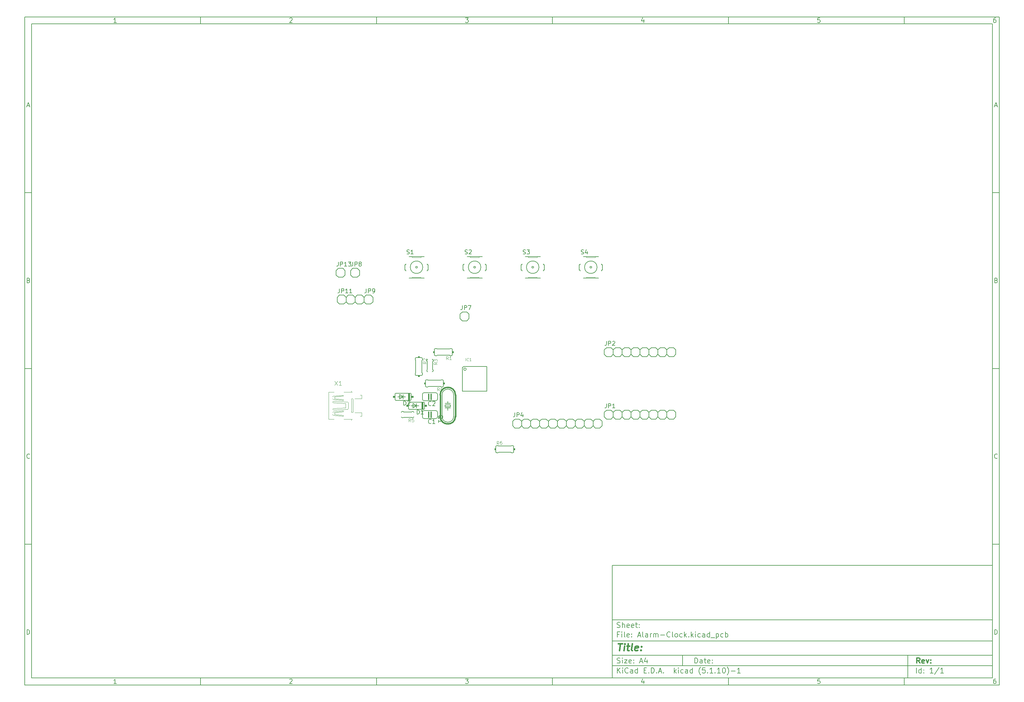
<source format=gbr>
%TF.GenerationSoftware,KiCad,Pcbnew,(5.1.10)-1*%
%TF.CreationDate,2021-11-24T23:11:51+01:00*%
%TF.ProjectId,Alarm-Clock,416c6172-6d2d-4436-9c6f-636b2e6b6963,rev?*%
%TF.SameCoordinates,Original*%
%TF.FileFunction,Legend,Top*%
%TF.FilePolarity,Positive*%
%FSLAX46Y46*%
G04 Gerber Fmt 4.6, Leading zero omitted, Abs format (unit mm)*
G04 Created by KiCad (PCBNEW (5.1.10)-1) date 2021-11-24 23:11:51*
%MOMM*%
%LPD*%
G01*
G04 APERTURE LIST*
%ADD10C,0.100000*%
%ADD11C,0.150000*%
%ADD12C,0.300000*%
%ADD13C,0.400000*%
%ADD14C,0.406400*%
%ADD15C,0.152400*%
%ADD16C,0.304800*%
%ADD17C,0.101600*%
%ADD18C,0.050800*%
%ADD19C,0.127000*%
%ADD20C,0.065024*%
%ADD21C,0.099060*%
G04 APERTURE END LIST*
D10*
D11*
X177002200Y-166007200D02*
X177002200Y-198007200D01*
X285002200Y-198007200D01*
X285002200Y-166007200D01*
X177002200Y-166007200D01*
D10*
D11*
X10000000Y-10000000D02*
X10000000Y-200007200D01*
X287002200Y-200007200D01*
X287002200Y-10000000D01*
X10000000Y-10000000D01*
D10*
D11*
X12000000Y-12000000D02*
X12000000Y-198007200D01*
X285002200Y-198007200D01*
X285002200Y-12000000D01*
X12000000Y-12000000D01*
D10*
D11*
X60000000Y-12000000D02*
X60000000Y-10000000D01*
D10*
D11*
X110000000Y-12000000D02*
X110000000Y-10000000D01*
D10*
D11*
X160000000Y-12000000D02*
X160000000Y-10000000D01*
D10*
D11*
X210000000Y-12000000D02*
X210000000Y-10000000D01*
D10*
D11*
X260000000Y-12000000D02*
X260000000Y-10000000D01*
D10*
D11*
X36065476Y-11588095D02*
X35322619Y-11588095D01*
X35694047Y-11588095D02*
X35694047Y-10288095D01*
X35570238Y-10473809D01*
X35446428Y-10597619D01*
X35322619Y-10659523D01*
D10*
D11*
X85322619Y-10411904D02*
X85384523Y-10350000D01*
X85508333Y-10288095D01*
X85817857Y-10288095D01*
X85941666Y-10350000D01*
X86003571Y-10411904D01*
X86065476Y-10535714D01*
X86065476Y-10659523D01*
X86003571Y-10845238D01*
X85260714Y-11588095D01*
X86065476Y-11588095D01*
D10*
D11*
X135260714Y-10288095D02*
X136065476Y-10288095D01*
X135632142Y-10783333D01*
X135817857Y-10783333D01*
X135941666Y-10845238D01*
X136003571Y-10907142D01*
X136065476Y-11030952D01*
X136065476Y-11340476D01*
X136003571Y-11464285D01*
X135941666Y-11526190D01*
X135817857Y-11588095D01*
X135446428Y-11588095D01*
X135322619Y-11526190D01*
X135260714Y-11464285D01*
D10*
D11*
X185941666Y-10721428D02*
X185941666Y-11588095D01*
X185632142Y-10226190D02*
X185322619Y-11154761D01*
X186127380Y-11154761D01*
D10*
D11*
X236003571Y-10288095D02*
X235384523Y-10288095D01*
X235322619Y-10907142D01*
X235384523Y-10845238D01*
X235508333Y-10783333D01*
X235817857Y-10783333D01*
X235941666Y-10845238D01*
X236003571Y-10907142D01*
X236065476Y-11030952D01*
X236065476Y-11340476D01*
X236003571Y-11464285D01*
X235941666Y-11526190D01*
X235817857Y-11588095D01*
X235508333Y-11588095D01*
X235384523Y-11526190D01*
X235322619Y-11464285D01*
D10*
D11*
X285941666Y-10288095D02*
X285694047Y-10288095D01*
X285570238Y-10350000D01*
X285508333Y-10411904D01*
X285384523Y-10597619D01*
X285322619Y-10845238D01*
X285322619Y-11340476D01*
X285384523Y-11464285D01*
X285446428Y-11526190D01*
X285570238Y-11588095D01*
X285817857Y-11588095D01*
X285941666Y-11526190D01*
X286003571Y-11464285D01*
X286065476Y-11340476D01*
X286065476Y-11030952D01*
X286003571Y-10907142D01*
X285941666Y-10845238D01*
X285817857Y-10783333D01*
X285570238Y-10783333D01*
X285446428Y-10845238D01*
X285384523Y-10907142D01*
X285322619Y-11030952D01*
D10*
D11*
X60000000Y-198007200D02*
X60000000Y-200007200D01*
D10*
D11*
X110000000Y-198007200D02*
X110000000Y-200007200D01*
D10*
D11*
X160000000Y-198007200D02*
X160000000Y-200007200D01*
D10*
D11*
X210000000Y-198007200D02*
X210000000Y-200007200D01*
D10*
D11*
X260000000Y-198007200D02*
X260000000Y-200007200D01*
D10*
D11*
X36065476Y-199595295D02*
X35322619Y-199595295D01*
X35694047Y-199595295D02*
X35694047Y-198295295D01*
X35570238Y-198481009D01*
X35446428Y-198604819D01*
X35322619Y-198666723D01*
D10*
D11*
X85322619Y-198419104D02*
X85384523Y-198357200D01*
X85508333Y-198295295D01*
X85817857Y-198295295D01*
X85941666Y-198357200D01*
X86003571Y-198419104D01*
X86065476Y-198542914D01*
X86065476Y-198666723D01*
X86003571Y-198852438D01*
X85260714Y-199595295D01*
X86065476Y-199595295D01*
D10*
D11*
X135260714Y-198295295D02*
X136065476Y-198295295D01*
X135632142Y-198790533D01*
X135817857Y-198790533D01*
X135941666Y-198852438D01*
X136003571Y-198914342D01*
X136065476Y-199038152D01*
X136065476Y-199347676D01*
X136003571Y-199471485D01*
X135941666Y-199533390D01*
X135817857Y-199595295D01*
X135446428Y-199595295D01*
X135322619Y-199533390D01*
X135260714Y-199471485D01*
D10*
D11*
X185941666Y-198728628D02*
X185941666Y-199595295D01*
X185632142Y-198233390D02*
X185322619Y-199161961D01*
X186127380Y-199161961D01*
D10*
D11*
X236003571Y-198295295D02*
X235384523Y-198295295D01*
X235322619Y-198914342D01*
X235384523Y-198852438D01*
X235508333Y-198790533D01*
X235817857Y-198790533D01*
X235941666Y-198852438D01*
X236003571Y-198914342D01*
X236065476Y-199038152D01*
X236065476Y-199347676D01*
X236003571Y-199471485D01*
X235941666Y-199533390D01*
X235817857Y-199595295D01*
X235508333Y-199595295D01*
X235384523Y-199533390D01*
X235322619Y-199471485D01*
D10*
D11*
X285941666Y-198295295D02*
X285694047Y-198295295D01*
X285570238Y-198357200D01*
X285508333Y-198419104D01*
X285384523Y-198604819D01*
X285322619Y-198852438D01*
X285322619Y-199347676D01*
X285384523Y-199471485D01*
X285446428Y-199533390D01*
X285570238Y-199595295D01*
X285817857Y-199595295D01*
X285941666Y-199533390D01*
X286003571Y-199471485D01*
X286065476Y-199347676D01*
X286065476Y-199038152D01*
X286003571Y-198914342D01*
X285941666Y-198852438D01*
X285817857Y-198790533D01*
X285570238Y-198790533D01*
X285446428Y-198852438D01*
X285384523Y-198914342D01*
X285322619Y-199038152D01*
D10*
D11*
X10000000Y-60000000D02*
X12000000Y-60000000D01*
D10*
D11*
X10000000Y-110000000D02*
X12000000Y-110000000D01*
D10*
D11*
X10000000Y-160000000D02*
X12000000Y-160000000D01*
D10*
D11*
X10690476Y-35216666D02*
X11309523Y-35216666D01*
X10566666Y-35588095D02*
X11000000Y-34288095D01*
X11433333Y-35588095D01*
D10*
D11*
X11092857Y-84907142D02*
X11278571Y-84969047D01*
X11340476Y-85030952D01*
X11402380Y-85154761D01*
X11402380Y-85340476D01*
X11340476Y-85464285D01*
X11278571Y-85526190D01*
X11154761Y-85588095D01*
X10659523Y-85588095D01*
X10659523Y-84288095D01*
X11092857Y-84288095D01*
X11216666Y-84350000D01*
X11278571Y-84411904D01*
X11340476Y-84535714D01*
X11340476Y-84659523D01*
X11278571Y-84783333D01*
X11216666Y-84845238D01*
X11092857Y-84907142D01*
X10659523Y-84907142D01*
D10*
D11*
X11402380Y-135464285D02*
X11340476Y-135526190D01*
X11154761Y-135588095D01*
X11030952Y-135588095D01*
X10845238Y-135526190D01*
X10721428Y-135402380D01*
X10659523Y-135278571D01*
X10597619Y-135030952D01*
X10597619Y-134845238D01*
X10659523Y-134597619D01*
X10721428Y-134473809D01*
X10845238Y-134350000D01*
X11030952Y-134288095D01*
X11154761Y-134288095D01*
X11340476Y-134350000D01*
X11402380Y-134411904D01*
D10*
D11*
X10659523Y-185588095D02*
X10659523Y-184288095D01*
X10969047Y-184288095D01*
X11154761Y-184350000D01*
X11278571Y-184473809D01*
X11340476Y-184597619D01*
X11402380Y-184845238D01*
X11402380Y-185030952D01*
X11340476Y-185278571D01*
X11278571Y-185402380D01*
X11154761Y-185526190D01*
X10969047Y-185588095D01*
X10659523Y-185588095D01*
D10*
D11*
X287002200Y-60000000D02*
X285002200Y-60000000D01*
D10*
D11*
X287002200Y-110000000D02*
X285002200Y-110000000D01*
D10*
D11*
X287002200Y-160000000D02*
X285002200Y-160000000D01*
D10*
D11*
X285692676Y-35216666D02*
X286311723Y-35216666D01*
X285568866Y-35588095D02*
X286002200Y-34288095D01*
X286435533Y-35588095D01*
D10*
D11*
X286095057Y-84907142D02*
X286280771Y-84969047D01*
X286342676Y-85030952D01*
X286404580Y-85154761D01*
X286404580Y-85340476D01*
X286342676Y-85464285D01*
X286280771Y-85526190D01*
X286156961Y-85588095D01*
X285661723Y-85588095D01*
X285661723Y-84288095D01*
X286095057Y-84288095D01*
X286218866Y-84350000D01*
X286280771Y-84411904D01*
X286342676Y-84535714D01*
X286342676Y-84659523D01*
X286280771Y-84783333D01*
X286218866Y-84845238D01*
X286095057Y-84907142D01*
X285661723Y-84907142D01*
D10*
D11*
X286404580Y-135464285D02*
X286342676Y-135526190D01*
X286156961Y-135588095D01*
X286033152Y-135588095D01*
X285847438Y-135526190D01*
X285723628Y-135402380D01*
X285661723Y-135278571D01*
X285599819Y-135030952D01*
X285599819Y-134845238D01*
X285661723Y-134597619D01*
X285723628Y-134473809D01*
X285847438Y-134350000D01*
X286033152Y-134288095D01*
X286156961Y-134288095D01*
X286342676Y-134350000D01*
X286404580Y-134411904D01*
D10*
D11*
X285661723Y-185588095D02*
X285661723Y-184288095D01*
X285971247Y-184288095D01*
X286156961Y-184350000D01*
X286280771Y-184473809D01*
X286342676Y-184597619D01*
X286404580Y-184845238D01*
X286404580Y-185030952D01*
X286342676Y-185278571D01*
X286280771Y-185402380D01*
X286156961Y-185526190D01*
X285971247Y-185588095D01*
X285661723Y-185588095D01*
D10*
D11*
X200434342Y-193785771D02*
X200434342Y-192285771D01*
X200791485Y-192285771D01*
X201005771Y-192357200D01*
X201148628Y-192500057D01*
X201220057Y-192642914D01*
X201291485Y-192928628D01*
X201291485Y-193142914D01*
X201220057Y-193428628D01*
X201148628Y-193571485D01*
X201005771Y-193714342D01*
X200791485Y-193785771D01*
X200434342Y-193785771D01*
X202577200Y-193785771D02*
X202577200Y-193000057D01*
X202505771Y-192857200D01*
X202362914Y-192785771D01*
X202077200Y-192785771D01*
X201934342Y-192857200D01*
X202577200Y-193714342D02*
X202434342Y-193785771D01*
X202077200Y-193785771D01*
X201934342Y-193714342D01*
X201862914Y-193571485D01*
X201862914Y-193428628D01*
X201934342Y-193285771D01*
X202077200Y-193214342D01*
X202434342Y-193214342D01*
X202577200Y-193142914D01*
X203077200Y-192785771D02*
X203648628Y-192785771D01*
X203291485Y-192285771D02*
X203291485Y-193571485D01*
X203362914Y-193714342D01*
X203505771Y-193785771D01*
X203648628Y-193785771D01*
X204720057Y-193714342D02*
X204577200Y-193785771D01*
X204291485Y-193785771D01*
X204148628Y-193714342D01*
X204077200Y-193571485D01*
X204077200Y-193000057D01*
X204148628Y-192857200D01*
X204291485Y-192785771D01*
X204577200Y-192785771D01*
X204720057Y-192857200D01*
X204791485Y-193000057D01*
X204791485Y-193142914D01*
X204077200Y-193285771D01*
X205434342Y-193642914D02*
X205505771Y-193714342D01*
X205434342Y-193785771D01*
X205362914Y-193714342D01*
X205434342Y-193642914D01*
X205434342Y-193785771D01*
X205434342Y-192857200D02*
X205505771Y-192928628D01*
X205434342Y-193000057D01*
X205362914Y-192928628D01*
X205434342Y-192857200D01*
X205434342Y-193000057D01*
D10*
D11*
X177002200Y-194507200D02*
X285002200Y-194507200D01*
D10*
D11*
X178434342Y-196585771D02*
X178434342Y-195085771D01*
X179291485Y-196585771D02*
X178648628Y-195728628D01*
X179291485Y-195085771D02*
X178434342Y-195942914D01*
X179934342Y-196585771D02*
X179934342Y-195585771D01*
X179934342Y-195085771D02*
X179862914Y-195157200D01*
X179934342Y-195228628D01*
X180005771Y-195157200D01*
X179934342Y-195085771D01*
X179934342Y-195228628D01*
X181505771Y-196442914D02*
X181434342Y-196514342D01*
X181220057Y-196585771D01*
X181077200Y-196585771D01*
X180862914Y-196514342D01*
X180720057Y-196371485D01*
X180648628Y-196228628D01*
X180577200Y-195942914D01*
X180577200Y-195728628D01*
X180648628Y-195442914D01*
X180720057Y-195300057D01*
X180862914Y-195157200D01*
X181077200Y-195085771D01*
X181220057Y-195085771D01*
X181434342Y-195157200D01*
X181505771Y-195228628D01*
X182791485Y-196585771D02*
X182791485Y-195800057D01*
X182720057Y-195657200D01*
X182577200Y-195585771D01*
X182291485Y-195585771D01*
X182148628Y-195657200D01*
X182791485Y-196514342D02*
X182648628Y-196585771D01*
X182291485Y-196585771D01*
X182148628Y-196514342D01*
X182077200Y-196371485D01*
X182077200Y-196228628D01*
X182148628Y-196085771D01*
X182291485Y-196014342D01*
X182648628Y-196014342D01*
X182791485Y-195942914D01*
X184148628Y-196585771D02*
X184148628Y-195085771D01*
X184148628Y-196514342D02*
X184005771Y-196585771D01*
X183720057Y-196585771D01*
X183577200Y-196514342D01*
X183505771Y-196442914D01*
X183434342Y-196300057D01*
X183434342Y-195871485D01*
X183505771Y-195728628D01*
X183577200Y-195657200D01*
X183720057Y-195585771D01*
X184005771Y-195585771D01*
X184148628Y-195657200D01*
X186005771Y-195800057D02*
X186505771Y-195800057D01*
X186720057Y-196585771D02*
X186005771Y-196585771D01*
X186005771Y-195085771D01*
X186720057Y-195085771D01*
X187362914Y-196442914D02*
X187434342Y-196514342D01*
X187362914Y-196585771D01*
X187291485Y-196514342D01*
X187362914Y-196442914D01*
X187362914Y-196585771D01*
X188077200Y-196585771D02*
X188077200Y-195085771D01*
X188434342Y-195085771D01*
X188648628Y-195157200D01*
X188791485Y-195300057D01*
X188862914Y-195442914D01*
X188934342Y-195728628D01*
X188934342Y-195942914D01*
X188862914Y-196228628D01*
X188791485Y-196371485D01*
X188648628Y-196514342D01*
X188434342Y-196585771D01*
X188077200Y-196585771D01*
X189577200Y-196442914D02*
X189648628Y-196514342D01*
X189577200Y-196585771D01*
X189505771Y-196514342D01*
X189577200Y-196442914D01*
X189577200Y-196585771D01*
X190220057Y-196157200D02*
X190934342Y-196157200D01*
X190077200Y-196585771D02*
X190577200Y-195085771D01*
X191077200Y-196585771D01*
X191577200Y-196442914D02*
X191648628Y-196514342D01*
X191577200Y-196585771D01*
X191505771Y-196514342D01*
X191577200Y-196442914D01*
X191577200Y-196585771D01*
X194577200Y-196585771D02*
X194577200Y-195085771D01*
X194720057Y-196014342D02*
X195148628Y-196585771D01*
X195148628Y-195585771D02*
X194577200Y-196157200D01*
X195791485Y-196585771D02*
X195791485Y-195585771D01*
X195791485Y-195085771D02*
X195720057Y-195157200D01*
X195791485Y-195228628D01*
X195862914Y-195157200D01*
X195791485Y-195085771D01*
X195791485Y-195228628D01*
X197148628Y-196514342D02*
X197005771Y-196585771D01*
X196720057Y-196585771D01*
X196577200Y-196514342D01*
X196505771Y-196442914D01*
X196434342Y-196300057D01*
X196434342Y-195871485D01*
X196505771Y-195728628D01*
X196577200Y-195657200D01*
X196720057Y-195585771D01*
X197005771Y-195585771D01*
X197148628Y-195657200D01*
X198434342Y-196585771D02*
X198434342Y-195800057D01*
X198362914Y-195657200D01*
X198220057Y-195585771D01*
X197934342Y-195585771D01*
X197791485Y-195657200D01*
X198434342Y-196514342D02*
X198291485Y-196585771D01*
X197934342Y-196585771D01*
X197791485Y-196514342D01*
X197720057Y-196371485D01*
X197720057Y-196228628D01*
X197791485Y-196085771D01*
X197934342Y-196014342D01*
X198291485Y-196014342D01*
X198434342Y-195942914D01*
X199791485Y-196585771D02*
X199791485Y-195085771D01*
X199791485Y-196514342D02*
X199648628Y-196585771D01*
X199362914Y-196585771D01*
X199220057Y-196514342D01*
X199148628Y-196442914D01*
X199077200Y-196300057D01*
X199077200Y-195871485D01*
X199148628Y-195728628D01*
X199220057Y-195657200D01*
X199362914Y-195585771D01*
X199648628Y-195585771D01*
X199791485Y-195657200D01*
X202077200Y-197157200D02*
X202005771Y-197085771D01*
X201862914Y-196871485D01*
X201791485Y-196728628D01*
X201720057Y-196514342D01*
X201648628Y-196157200D01*
X201648628Y-195871485D01*
X201720057Y-195514342D01*
X201791485Y-195300057D01*
X201862914Y-195157200D01*
X202005771Y-194942914D01*
X202077200Y-194871485D01*
X203362914Y-195085771D02*
X202648628Y-195085771D01*
X202577200Y-195800057D01*
X202648628Y-195728628D01*
X202791485Y-195657200D01*
X203148628Y-195657200D01*
X203291485Y-195728628D01*
X203362914Y-195800057D01*
X203434342Y-195942914D01*
X203434342Y-196300057D01*
X203362914Y-196442914D01*
X203291485Y-196514342D01*
X203148628Y-196585771D01*
X202791485Y-196585771D01*
X202648628Y-196514342D01*
X202577200Y-196442914D01*
X204077200Y-196442914D02*
X204148628Y-196514342D01*
X204077200Y-196585771D01*
X204005771Y-196514342D01*
X204077200Y-196442914D01*
X204077200Y-196585771D01*
X205577200Y-196585771D02*
X204720057Y-196585771D01*
X205148628Y-196585771D02*
X205148628Y-195085771D01*
X205005771Y-195300057D01*
X204862914Y-195442914D01*
X204720057Y-195514342D01*
X206220057Y-196442914D02*
X206291485Y-196514342D01*
X206220057Y-196585771D01*
X206148628Y-196514342D01*
X206220057Y-196442914D01*
X206220057Y-196585771D01*
X207720057Y-196585771D02*
X206862914Y-196585771D01*
X207291485Y-196585771D02*
X207291485Y-195085771D01*
X207148628Y-195300057D01*
X207005771Y-195442914D01*
X206862914Y-195514342D01*
X208648628Y-195085771D02*
X208791485Y-195085771D01*
X208934342Y-195157200D01*
X209005771Y-195228628D01*
X209077200Y-195371485D01*
X209148628Y-195657200D01*
X209148628Y-196014342D01*
X209077200Y-196300057D01*
X209005771Y-196442914D01*
X208934342Y-196514342D01*
X208791485Y-196585771D01*
X208648628Y-196585771D01*
X208505771Y-196514342D01*
X208434342Y-196442914D01*
X208362914Y-196300057D01*
X208291485Y-196014342D01*
X208291485Y-195657200D01*
X208362914Y-195371485D01*
X208434342Y-195228628D01*
X208505771Y-195157200D01*
X208648628Y-195085771D01*
X209648628Y-197157200D02*
X209720057Y-197085771D01*
X209862914Y-196871485D01*
X209934342Y-196728628D01*
X210005771Y-196514342D01*
X210077200Y-196157200D01*
X210077200Y-195871485D01*
X210005771Y-195514342D01*
X209934342Y-195300057D01*
X209862914Y-195157200D01*
X209720057Y-194942914D01*
X209648628Y-194871485D01*
X210791485Y-196014342D02*
X211934342Y-196014342D01*
X213434342Y-196585771D02*
X212577200Y-196585771D01*
X213005771Y-196585771D02*
X213005771Y-195085771D01*
X212862914Y-195300057D01*
X212720057Y-195442914D01*
X212577200Y-195514342D01*
D10*
D11*
X177002200Y-191507200D02*
X285002200Y-191507200D01*
D10*
D12*
X264411485Y-193785771D02*
X263911485Y-193071485D01*
X263554342Y-193785771D02*
X263554342Y-192285771D01*
X264125771Y-192285771D01*
X264268628Y-192357200D01*
X264340057Y-192428628D01*
X264411485Y-192571485D01*
X264411485Y-192785771D01*
X264340057Y-192928628D01*
X264268628Y-193000057D01*
X264125771Y-193071485D01*
X263554342Y-193071485D01*
X265625771Y-193714342D02*
X265482914Y-193785771D01*
X265197200Y-193785771D01*
X265054342Y-193714342D01*
X264982914Y-193571485D01*
X264982914Y-193000057D01*
X265054342Y-192857200D01*
X265197200Y-192785771D01*
X265482914Y-192785771D01*
X265625771Y-192857200D01*
X265697200Y-193000057D01*
X265697200Y-193142914D01*
X264982914Y-193285771D01*
X266197200Y-192785771D02*
X266554342Y-193785771D01*
X266911485Y-192785771D01*
X267482914Y-193642914D02*
X267554342Y-193714342D01*
X267482914Y-193785771D01*
X267411485Y-193714342D01*
X267482914Y-193642914D01*
X267482914Y-193785771D01*
X267482914Y-192857200D02*
X267554342Y-192928628D01*
X267482914Y-193000057D01*
X267411485Y-192928628D01*
X267482914Y-192857200D01*
X267482914Y-193000057D01*
D10*
D11*
X178362914Y-193714342D02*
X178577200Y-193785771D01*
X178934342Y-193785771D01*
X179077200Y-193714342D01*
X179148628Y-193642914D01*
X179220057Y-193500057D01*
X179220057Y-193357200D01*
X179148628Y-193214342D01*
X179077200Y-193142914D01*
X178934342Y-193071485D01*
X178648628Y-193000057D01*
X178505771Y-192928628D01*
X178434342Y-192857200D01*
X178362914Y-192714342D01*
X178362914Y-192571485D01*
X178434342Y-192428628D01*
X178505771Y-192357200D01*
X178648628Y-192285771D01*
X179005771Y-192285771D01*
X179220057Y-192357200D01*
X179862914Y-193785771D02*
X179862914Y-192785771D01*
X179862914Y-192285771D02*
X179791485Y-192357200D01*
X179862914Y-192428628D01*
X179934342Y-192357200D01*
X179862914Y-192285771D01*
X179862914Y-192428628D01*
X180434342Y-192785771D02*
X181220057Y-192785771D01*
X180434342Y-193785771D01*
X181220057Y-193785771D01*
X182362914Y-193714342D02*
X182220057Y-193785771D01*
X181934342Y-193785771D01*
X181791485Y-193714342D01*
X181720057Y-193571485D01*
X181720057Y-193000057D01*
X181791485Y-192857200D01*
X181934342Y-192785771D01*
X182220057Y-192785771D01*
X182362914Y-192857200D01*
X182434342Y-193000057D01*
X182434342Y-193142914D01*
X181720057Y-193285771D01*
X183077200Y-193642914D02*
X183148628Y-193714342D01*
X183077200Y-193785771D01*
X183005771Y-193714342D01*
X183077200Y-193642914D01*
X183077200Y-193785771D01*
X183077200Y-192857200D02*
X183148628Y-192928628D01*
X183077200Y-193000057D01*
X183005771Y-192928628D01*
X183077200Y-192857200D01*
X183077200Y-193000057D01*
X184862914Y-193357200D02*
X185577200Y-193357200D01*
X184720057Y-193785771D02*
X185220057Y-192285771D01*
X185720057Y-193785771D01*
X186862914Y-192785771D02*
X186862914Y-193785771D01*
X186505771Y-192214342D02*
X186148628Y-193285771D01*
X187077200Y-193285771D01*
D10*
D11*
X263434342Y-196585771D02*
X263434342Y-195085771D01*
X264791485Y-196585771D02*
X264791485Y-195085771D01*
X264791485Y-196514342D02*
X264648628Y-196585771D01*
X264362914Y-196585771D01*
X264220057Y-196514342D01*
X264148628Y-196442914D01*
X264077200Y-196300057D01*
X264077200Y-195871485D01*
X264148628Y-195728628D01*
X264220057Y-195657200D01*
X264362914Y-195585771D01*
X264648628Y-195585771D01*
X264791485Y-195657200D01*
X265505771Y-196442914D02*
X265577200Y-196514342D01*
X265505771Y-196585771D01*
X265434342Y-196514342D01*
X265505771Y-196442914D01*
X265505771Y-196585771D01*
X265505771Y-195657200D02*
X265577200Y-195728628D01*
X265505771Y-195800057D01*
X265434342Y-195728628D01*
X265505771Y-195657200D01*
X265505771Y-195800057D01*
X268148628Y-196585771D02*
X267291485Y-196585771D01*
X267720057Y-196585771D02*
X267720057Y-195085771D01*
X267577200Y-195300057D01*
X267434342Y-195442914D01*
X267291485Y-195514342D01*
X269862914Y-195014342D02*
X268577200Y-196942914D01*
X271148628Y-196585771D02*
X270291485Y-196585771D01*
X270720057Y-196585771D02*
X270720057Y-195085771D01*
X270577200Y-195300057D01*
X270434342Y-195442914D01*
X270291485Y-195514342D01*
D10*
D11*
X177002200Y-187507200D02*
X285002200Y-187507200D01*
D10*
D13*
X178714580Y-188211961D02*
X179857438Y-188211961D01*
X179036009Y-190211961D02*
X179286009Y-188211961D01*
X180274104Y-190211961D02*
X180440771Y-188878628D01*
X180524104Y-188211961D02*
X180416961Y-188307200D01*
X180500295Y-188402438D01*
X180607438Y-188307200D01*
X180524104Y-188211961D01*
X180500295Y-188402438D01*
X181107438Y-188878628D02*
X181869342Y-188878628D01*
X181476485Y-188211961D02*
X181262200Y-189926247D01*
X181333628Y-190116723D01*
X181512200Y-190211961D01*
X181702676Y-190211961D01*
X182655057Y-190211961D02*
X182476485Y-190116723D01*
X182405057Y-189926247D01*
X182619342Y-188211961D01*
X184190771Y-190116723D02*
X183988390Y-190211961D01*
X183607438Y-190211961D01*
X183428866Y-190116723D01*
X183357438Y-189926247D01*
X183452676Y-189164342D01*
X183571723Y-188973866D01*
X183774104Y-188878628D01*
X184155057Y-188878628D01*
X184333628Y-188973866D01*
X184405057Y-189164342D01*
X184381247Y-189354819D01*
X183405057Y-189545295D01*
X185155057Y-190021485D02*
X185238390Y-190116723D01*
X185131247Y-190211961D01*
X185047914Y-190116723D01*
X185155057Y-190021485D01*
X185131247Y-190211961D01*
X185286009Y-188973866D02*
X185369342Y-189069104D01*
X185262200Y-189164342D01*
X185178866Y-189069104D01*
X185286009Y-188973866D01*
X185262200Y-189164342D01*
D10*
D11*
X178934342Y-185600057D02*
X178434342Y-185600057D01*
X178434342Y-186385771D02*
X178434342Y-184885771D01*
X179148628Y-184885771D01*
X179720057Y-186385771D02*
X179720057Y-185385771D01*
X179720057Y-184885771D02*
X179648628Y-184957200D01*
X179720057Y-185028628D01*
X179791485Y-184957200D01*
X179720057Y-184885771D01*
X179720057Y-185028628D01*
X180648628Y-186385771D02*
X180505771Y-186314342D01*
X180434342Y-186171485D01*
X180434342Y-184885771D01*
X181791485Y-186314342D02*
X181648628Y-186385771D01*
X181362914Y-186385771D01*
X181220057Y-186314342D01*
X181148628Y-186171485D01*
X181148628Y-185600057D01*
X181220057Y-185457200D01*
X181362914Y-185385771D01*
X181648628Y-185385771D01*
X181791485Y-185457200D01*
X181862914Y-185600057D01*
X181862914Y-185742914D01*
X181148628Y-185885771D01*
X182505771Y-186242914D02*
X182577200Y-186314342D01*
X182505771Y-186385771D01*
X182434342Y-186314342D01*
X182505771Y-186242914D01*
X182505771Y-186385771D01*
X182505771Y-185457200D02*
X182577200Y-185528628D01*
X182505771Y-185600057D01*
X182434342Y-185528628D01*
X182505771Y-185457200D01*
X182505771Y-185600057D01*
X184291485Y-185957200D02*
X185005771Y-185957200D01*
X184148628Y-186385771D02*
X184648628Y-184885771D01*
X185148628Y-186385771D01*
X185862914Y-186385771D02*
X185720057Y-186314342D01*
X185648628Y-186171485D01*
X185648628Y-184885771D01*
X187077200Y-186385771D02*
X187077200Y-185600057D01*
X187005771Y-185457200D01*
X186862914Y-185385771D01*
X186577200Y-185385771D01*
X186434342Y-185457200D01*
X187077200Y-186314342D02*
X186934342Y-186385771D01*
X186577200Y-186385771D01*
X186434342Y-186314342D01*
X186362914Y-186171485D01*
X186362914Y-186028628D01*
X186434342Y-185885771D01*
X186577200Y-185814342D01*
X186934342Y-185814342D01*
X187077200Y-185742914D01*
X187791485Y-186385771D02*
X187791485Y-185385771D01*
X187791485Y-185671485D02*
X187862914Y-185528628D01*
X187934342Y-185457200D01*
X188077200Y-185385771D01*
X188220057Y-185385771D01*
X188720057Y-186385771D02*
X188720057Y-185385771D01*
X188720057Y-185528628D02*
X188791485Y-185457200D01*
X188934342Y-185385771D01*
X189148628Y-185385771D01*
X189291485Y-185457200D01*
X189362914Y-185600057D01*
X189362914Y-186385771D01*
X189362914Y-185600057D02*
X189434342Y-185457200D01*
X189577200Y-185385771D01*
X189791485Y-185385771D01*
X189934342Y-185457200D01*
X190005771Y-185600057D01*
X190005771Y-186385771D01*
X190720057Y-185814342D02*
X191862914Y-185814342D01*
X193434342Y-186242914D02*
X193362914Y-186314342D01*
X193148628Y-186385771D01*
X193005771Y-186385771D01*
X192791485Y-186314342D01*
X192648628Y-186171485D01*
X192577200Y-186028628D01*
X192505771Y-185742914D01*
X192505771Y-185528628D01*
X192577200Y-185242914D01*
X192648628Y-185100057D01*
X192791485Y-184957200D01*
X193005771Y-184885771D01*
X193148628Y-184885771D01*
X193362914Y-184957200D01*
X193434342Y-185028628D01*
X194291485Y-186385771D02*
X194148628Y-186314342D01*
X194077200Y-186171485D01*
X194077200Y-184885771D01*
X195077200Y-186385771D02*
X194934342Y-186314342D01*
X194862914Y-186242914D01*
X194791485Y-186100057D01*
X194791485Y-185671485D01*
X194862914Y-185528628D01*
X194934342Y-185457200D01*
X195077200Y-185385771D01*
X195291485Y-185385771D01*
X195434342Y-185457200D01*
X195505771Y-185528628D01*
X195577200Y-185671485D01*
X195577200Y-186100057D01*
X195505771Y-186242914D01*
X195434342Y-186314342D01*
X195291485Y-186385771D01*
X195077200Y-186385771D01*
X196862914Y-186314342D02*
X196720057Y-186385771D01*
X196434342Y-186385771D01*
X196291485Y-186314342D01*
X196220057Y-186242914D01*
X196148628Y-186100057D01*
X196148628Y-185671485D01*
X196220057Y-185528628D01*
X196291485Y-185457200D01*
X196434342Y-185385771D01*
X196720057Y-185385771D01*
X196862914Y-185457200D01*
X197505771Y-186385771D02*
X197505771Y-184885771D01*
X197648628Y-185814342D02*
X198077200Y-186385771D01*
X198077200Y-185385771D02*
X197505771Y-185957200D01*
X198720057Y-186242914D02*
X198791485Y-186314342D01*
X198720057Y-186385771D01*
X198648628Y-186314342D01*
X198720057Y-186242914D01*
X198720057Y-186385771D01*
X199434342Y-186385771D02*
X199434342Y-184885771D01*
X199577200Y-185814342D02*
X200005771Y-186385771D01*
X200005771Y-185385771D02*
X199434342Y-185957200D01*
X200648628Y-186385771D02*
X200648628Y-185385771D01*
X200648628Y-184885771D02*
X200577200Y-184957200D01*
X200648628Y-185028628D01*
X200720057Y-184957200D01*
X200648628Y-184885771D01*
X200648628Y-185028628D01*
X202005771Y-186314342D02*
X201862914Y-186385771D01*
X201577200Y-186385771D01*
X201434342Y-186314342D01*
X201362914Y-186242914D01*
X201291485Y-186100057D01*
X201291485Y-185671485D01*
X201362914Y-185528628D01*
X201434342Y-185457200D01*
X201577200Y-185385771D01*
X201862914Y-185385771D01*
X202005771Y-185457200D01*
X203291485Y-186385771D02*
X203291485Y-185600057D01*
X203220057Y-185457200D01*
X203077200Y-185385771D01*
X202791485Y-185385771D01*
X202648628Y-185457200D01*
X203291485Y-186314342D02*
X203148628Y-186385771D01*
X202791485Y-186385771D01*
X202648628Y-186314342D01*
X202577200Y-186171485D01*
X202577200Y-186028628D01*
X202648628Y-185885771D01*
X202791485Y-185814342D01*
X203148628Y-185814342D01*
X203291485Y-185742914D01*
X204648628Y-186385771D02*
X204648628Y-184885771D01*
X204648628Y-186314342D02*
X204505771Y-186385771D01*
X204220057Y-186385771D01*
X204077200Y-186314342D01*
X204005771Y-186242914D01*
X203934342Y-186100057D01*
X203934342Y-185671485D01*
X204005771Y-185528628D01*
X204077200Y-185457200D01*
X204220057Y-185385771D01*
X204505771Y-185385771D01*
X204648628Y-185457200D01*
X205005771Y-186528628D02*
X206148628Y-186528628D01*
X206505771Y-185385771D02*
X206505771Y-186885771D01*
X206505771Y-185457200D02*
X206648628Y-185385771D01*
X206934342Y-185385771D01*
X207077200Y-185457200D01*
X207148628Y-185528628D01*
X207220057Y-185671485D01*
X207220057Y-186100057D01*
X207148628Y-186242914D01*
X207077200Y-186314342D01*
X206934342Y-186385771D01*
X206648628Y-186385771D01*
X206505771Y-186314342D01*
X208505771Y-186314342D02*
X208362914Y-186385771D01*
X208077200Y-186385771D01*
X207934342Y-186314342D01*
X207862914Y-186242914D01*
X207791485Y-186100057D01*
X207791485Y-185671485D01*
X207862914Y-185528628D01*
X207934342Y-185457200D01*
X208077200Y-185385771D01*
X208362914Y-185385771D01*
X208505771Y-185457200D01*
X209148628Y-186385771D02*
X209148628Y-184885771D01*
X209148628Y-185457200D02*
X209291485Y-185385771D01*
X209577200Y-185385771D01*
X209720057Y-185457200D01*
X209791485Y-185528628D01*
X209862914Y-185671485D01*
X209862914Y-186100057D01*
X209791485Y-186242914D01*
X209720057Y-186314342D01*
X209577200Y-186385771D01*
X209291485Y-186385771D01*
X209148628Y-186314342D01*
D10*
D11*
X177002200Y-181507200D02*
X285002200Y-181507200D01*
D10*
D11*
X178362914Y-183614342D02*
X178577200Y-183685771D01*
X178934342Y-183685771D01*
X179077200Y-183614342D01*
X179148628Y-183542914D01*
X179220057Y-183400057D01*
X179220057Y-183257200D01*
X179148628Y-183114342D01*
X179077200Y-183042914D01*
X178934342Y-182971485D01*
X178648628Y-182900057D01*
X178505771Y-182828628D01*
X178434342Y-182757200D01*
X178362914Y-182614342D01*
X178362914Y-182471485D01*
X178434342Y-182328628D01*
X178505771Y-182257200D01*
X178648628Y-182185771D01*
X179005771Y-182185771D01*
X179220057Y-182257200D01*
X179862914Y-183685771D02*
X179862914Y-182185771D01*
X180505771Y-183685771D02*
X180505771Y-182900057D01*
X180434342Y-182757200D01*
X180291485Y-182685771D01*
X180077200Y-182685771D01*
X179934342Y-182757200D01*
X179862914Y-182828628D01*
X181791485Y-183614342D02*
X181648628Y-183685771D01*
X181362914Y-183685771D01*
X181220057Y-183614342D01*
X181148628Y-183471485D01*
X181148628Y-182900057D01*
X181220057Y-182757200D01*
X181362914Y-182685771D01*
X181648628Y-182685771D01*
X181791485Y-182757200D01*
X181862914Y-182900057D01*
X181862914Y-183042914D01*
X181148628Y-183185771D01*
X183077200Y-183614342D02*
X182934342Y-183685771D01*
X182648628Y-183685771D01*
X182505771Y-183614342D01*
X182434342Y-183471485D01*
X182434342Y-182900057D01*
X182505771Y-182757200D01*
X182648628Y-182685771D01*
X182934342Y-182685771D01*
X183077200Y-182757200D01*
X183148628Y-182900057D01*
X183148628Y-183042914D01*
X182434342Y-183185771D01*
X183577200Y-182685771D02*
X184148628Y-182685771D01*
X183791485Y-182185771D02*
X183791485Y-183471485D01*
X183862914Y-183614342D01*
X184005771Y-183685771D01*
X184148628Y-183685771D01*
X184648628Y-183542914D02*
X184720057Y-183614342D01*
X184648628Y-183685771D01*
X184577200Y-183614342D01*
X184648628Y-183542914D01*
X184648628Y-183685771D01*
X184648628Y-182757200D02*
X184720057Y-182828628D01*
X184648628Y-182900057D01*
X184577200Y-182828628D01*
X184648628Y-182757200D01*
X184648628Y-182900057D01*
D10*
D11*
X197002200Y-191507200D02*
X197002200Y-194507200D01*
D10*
D11*
X261002200Y-191507200D02*
X261002200Y-198007200D01*
D14*
%TO.C,Q1*%
X132410100Y-123604100D02*
X132410100Y-117508100D01*
X128092100Y-123604100D02*
X128092100Y-117508100D01*
D15*
X131902100Y-123604100D02*
X131902100Y-117508100D01*
X128600100Y-117508100D02*
X128600100Y-123604100D01*
X129489100Y-120810100D02*
X129489100Y-120302100D01*
X129489100Y-120302100D02*
X131013100Y-120302100D01*
X131013100Y-120302100D02*
X131013100Y-120810100D01*
X131013100Y-120810100D02*
X129489100Y-120810100D01*
X129489100Y-119921100D02*
X130251100Y-119921100D01*
X130251100Y-119921100D02*
X131013100Y-119921100D01*
X129489100Y-121191100D02*
X130251100Y-121191100D01*
X130251100Y-121191100D02*
X131013100Y-121191100D01*
X130251100Y-119921100D02*
X130251100Y-119286100D01*
X130251100Y-121191100D02*
X130251100Y-121826100D01*
X128600100Y-117508100D02*
G75*
G02*
X131902100Y-117508100I1651000J0D01*
G01*
X131902100Y-123604100D02*
G75*
G02*
X128600100Y-123604100I-1651000J0D01*
G01*
D14*
X128092100Y-117508100D02*
G75*
G02*
X132410100Y-117508100I2159000J0D01*
G01*
X132410100Y-123604100D02*
G75*
G02*
X128092100Y-123604100I-2159000J0D01*
G01*
D15*
%TO.C,IC1*%
X141376100Y-109431100D02*
X141376100Y-116441100D01*
X141376100Y-116441100D02*
X134366100Y-116441100D01*
X134366100Y-116441100D02*
X134366100Y-109786100D01*
X134721100Y-109431100D02*
X141376100Y-109431100D01*
X134721100Y-109431100D02*
X134366100Y-109786100D01*
X135487100Y-110192900D02*
G75*
G03*
X135487100Y-110192900I-359200J0D01*
G01*
%TO.C,R1*%
X131521100Y-104554100D02*
X131521100Y-106078100D01*
X131267100Y-106332100D02*
X130886100Y-106332100D01*
X130759100Y-106205100D02*
X130886100Y-106332100D01*
X131267100Y-104300100D02*
X130886100Y-104300100D01*
X130759100Y-104427100D02*
X130886100Y-104300100D01*
X127203100Y-106205100D02*
X127076100Y-106332100D01*
X127203100Y-106205100D02*
X130759100Y-106205100D01*
X127203100Y-104427100D02*
X127076100Y-104300100D01*
X127203100Y-104427100D02*
X130759100Y-104427100D01*
X126695100Y-106332100D02*
X127076100Y-106332100D01*
X126695100Y-104300100D02*
X127076100Y-104300100D01*
X126441100Y-104554100D02*
X126441100Y-106078100D01*
D10*
G36*
X126441100Y-105062100D02*
G01*
X126060100Y-105062100D01*
X126060100Y-105570100D01*
X126441100Y-105570100D01*
X126441100Y-105062100D01*
G37*
G36*
X131902100Y-105062100D02*
G01*
X131521100Y-105062100D01*
X131521100Y-105570100D01*
X131902100Y-105570100D01*
X131902100Y-105062100D01*
G37*
D15*
X126441100Y-106078100D02*
G75*
G03*
X126695100Y-106332100I254000J0D01*
G01*
X126441100Y-104554100D02*
G75*
G02*
X126695100Y-104300100I254000J0D01*
G01*
X131267100Y-104300100D02*
G75*
G02*
X131521100Y-104554100I0J-254000D01*
G01*
X131267100Y-106332100D02*
G75*
G03*
X131521100Y-106078100I0J254000D01*
G01*
%TO.C,R2*%
X121234100Y-106903600D02*
X122758100Y-106903600D01*
X123012100Y-107157600D02*
X123012100Y-107538600D01*
X122885100Y-107665600D02*
X123012100Y-107538600D01*
X120980100Y-107157600D02*
X120980100Y-107538600D01*
X121107100Y-107665600D02*
X120980100Y-107538600D01*
X122885100Y-111221600D02*
X123012100Y-111348600D01*
X122885100Y-111221600D02*
X122885100Y-107665600D01*
X121107100Y-111221600D02*
X120980100Y-111348600D01*
X121107100Y-111221600D02*
X121107100Y-107665600D01*
X123012100Y-111729600D02*
X123012100Y-111348600D01*
X120980100Y-111729600D02*
X120980100Y-111348600D01*
X121234100Y-111983600D02*
X122758100Y-111983600D01*
D10*
G36*
X121742100Y-111983600D02*
G01*
X121742100Y-112364600D01*
X122250100Y-112364600D01*
X122250100Y-111983600D01*
X121742100Y-111983600D01*
G37*
G36*
X121742100Y-106522600D02*
G01*
X121742100Y-106903600D01*
X122250100Y-106903600D01*
X122250100Y-106522600D01*
X121742100Y-106522600D01*
G37*
D15*
X122758100Y-111983600D02*
G75*
G03*
X123012100Y-111729600I0J254000D01*
G01*
X121234100Y-111983600D02*
G75*
G02*
X120980100Y-111729600I0J254000D01*
G01*
X120980100Y-107157600D02*
G75*
G02*
X121234100Y-106903600I254000J0D01*
G01*
X123012100Y-107157600D02*
G75*
G03*
X122758100Y-106903600I-254000J0D01*
G01*
%TO.C,R3*%
X126060100Y-107602100D02*
X126060100Y-107856100D01*
X125933100Y-107983100D02*
X126060100Y-107856100D01*
X124282100Y-107602100D02*
X124282100Y-107856100D01*
X124409100Y-107983100D02*
X124282100Y-107856100D01*
X125933100Y-110269100D02*
X126060100Y-110396100D01*
X125933100Y-110269100D02*
X125933100Y-107983100D01*
X124409100Y-110269100D02*
X124282100Y-110396100D01*
X124409100Y-110269100D02*
X124409100Y-107983100D01*
X126060100Y-110650100D02*
X126060100Y-110396100D01*
X124282100Y-110650100D02*
X124282100Y-110396100D01*
X125806100Y-110904100D02*
G75*
G03*
X126060100Y-110650100I0J254000D01*
G01*
X124536100Y-110904100D02*
G75*
G02*
X124282100Y-110650100I0J254000D01*
G01*
X124282100Y-107602100D02*
G75*
G02*
X124536100Y-107348100I254000J0D01*
G01*
X126060100Y-107602100D02*
G75*
G03*
X125806100Y-107348100I-254000J0D01*
G01*
%TO.C,R4*%
X128981100Y-113444100D02*
X128981100Y-114968100D01*
X128727100Y-115222100D02*
X128346100Y-115222100D01*
X128219100Y-115095100D02*
X128346100Y-115222100D01*
X128727100Y-113190100D02*
X128346100Y-113190100D01*
X128219100Y-113317100D02*
X128346100Y-113190100D01*
X124663100Y-115095100D02*
X124536100Y-115222100D01*
X124663100Y-115095100D02*
X128219100Y-115095100D01*
X124663100Y-113317100D02*
X124536100Y-113190100D01*
X124663100Y-113317100D02*
X128219100Y-113317100D01*
X124155100Y-115222100D02*
X124536100Y-115222100D01*
X124155100Y-113190100D02*
X124536100Y-113190100D01*
X123901100Y-113444100D02*
X123901100Y-114968100D01*
D10*
G36*
X123901100Y-113952100D02*
G01*
X123520100Y-113952100D01*
X123520100Y-114460100D01*
X123901100Y-114460100D01*
X123901100Y-113952100D01*
G37*
G36*
X129362100Y-113952100D02*
G01*
X128981100Y-113952100D01*
X128981100Y-114460100D01*
X129362100Y-114460100D01*
X129362100Y-113952100D01*
G37*
D15*
X123901100Y-114968100D02*
G75*
G03*
X124155100Y-115222100I254000J0D01*
G01*
X123901100Y-113444100D02*
G75*
G02*
X124155100Y-113190100I254000J0D01*
G01*
X128727100Y-113190100D02*
G75*
G02*
X128981100Y-113444100I0J-254000D01*
G01*
X128727100Y-115222100D02*
G75*
G03*
X128981100Y-114968100I0J254000D01*
G01*
%TO.C,D1*%
X121996100Y-120556100D02*
X121361100Y-120556100D01*
X120345100Y-121191100D02*
X120345100Y-119921100D01*
X120345100Y-119921100D02*
X121361100Y-120556100D01*
X121361100Y-120556100D02*
X119837100Y-120556100D01*
X121361100Y-120556100D02*
X120345100Y-121191100D01*
X121361100Y-121191100D02*
X121361100Y-120556100D01*
X121361100Y-120556100D02*
X121361100Y-119921100D01*
X119075100Y-121318100D02*
X119075100Y-119794100D01*
X123393100Y-119540100D02*
X119329100Y-119540100D01*
X123647100Y-121318100D02*
X123647100Y-119794100D01*
X123393100Y-121572100D02*
X119329100Y-121572100D01*
D10*
G36*
X123266100Y-119540100D02*
G01*
X122758100Y-119540100D01*
X122758100Y-121572100D01*
X123266100Y-121572100D01*
X123266100Y-119540100D01*
G37*
G36*
X119075100Y-120302100D02*
G01*
X118440100Y-120302100D01*
X118440100Y-120810100D01*
X119075100Y-120810100D01*
X119075100Y-120302100D01*
G37*
G36*
X124282100Y-120302100D02*
G01*
X123647100Y-120302100D01*
X123647100Y-120810100D01*
X124282100Y-120810100D01*
X124282100Y-120302100D01*
G37*
D15*
X123393100Y-119540100D02*
G75*
G02*
X123647100Y-119794100I0J-254000D01*
G01*
X123393100Y-121572100D02*
G75*
G03*
X123647100Y-121318100I0J254000D01*
G01*
X119075100Y-119794100D02*
G75*
G02*
X119329100Y-119540100I254000J0D01*
G01*
X119075100Y-121318100D02*
G75*
G03*
X119329100Y-121572100I254000J0D01*
G01*
%TO.C,D2*%
X118186100Y-118016100D02*
X117551100Y-118016100D01*
X116535100Y-118651100D02*
X116535100Y-117381100D01*
X116535100Y-117381100D02*
X117551100Y-118016100D01*
X117551100Y-118016100D02*
X116027100Y-118016100D01*
X117551100Y-118016100D02*
X116535100Y-118651100D01*
X117551100Y-118651100D02*
X117551100Y-118016100D01*
X117551100Y-118016100D02*
X117551100Y-117381100D01*
X115265100Y-118778100D02*
X115265100Y-117254100D01*
X119583100Y-117000100D02*
X115519100Y-117000100D01*
X119837100Y-118778100D02*
X119837100Y-117254100D01*
X119583100Y-119032100D02*
X115519100Y-119032100D01*
D10*
G36*
X119456100Y-117000100D02*
G01*
X118948100Y-117000100D01*
X118948100Y-119032100D01*
X119456100Y-119032100D01*
X119456100Y-117000100D01*
G37*
G36*
X115265100Y-117762100D02*
G01*
X114630100Y-117762100D01*
X114630100Y-118270100D01*
X115265100Y-118270100D01*
X115265100Y-117762100D01*
G37*
G36*
X120472100Y-117762100D02*
G01*
X119837100Y-117762100D01*
X119837100Y-118270100D01*
X120472100Y-118270100D01*
X120472100Y-117762100D01*
G37*
D15*
X119583100Y-117000100D02*
G75*
G02*
X119837100Y-117254100I0J-254000D01*
G01*
X119583100Y-119032100D02*
G75*
G03*
X119837100Y-118778100I0J254000D01*
G01*
X115265100Y-117254100D02*
G75*
G02*
X115519100Y-117000100I254000J0D01*
G01*
X115265100Y-118778100D02*
G75*
G03*
X115519100Y-119032100I254000J0D01*
G01*
%TO.C,C1*%
X127330100Y-122461100D02*
X127330100Y-123731100D01*
X123520100Y-124239100D02*
X126822100Y-124239100D01*
X123012100Y-122461100D02*
X123012100Y-123731100D01*
X123520100Y-121953100D02*
X126822100Y-121953100D01*
D16*
X125475900Y-123858100D02*
X125475900Y-122334100D01*
X124840900Y-123858100D02*
X124840900Y-122334100D01*
D15*
X123012100Y-122461100D02*
G75*
G02*
X123520100Y-121953100I508000J0D01*
G01*
X123012100Y-123731100D02*
G75*
G03*
X123520100Y-124239100I508000J0D01*
G01*
X126822100Y-121953100D02*
G75*
G02*
X127330100Y-122461100I0J-508000D01*
G01*
X126822100Y-124239100D02*
G75*
G03*
X127330100Y-123731100I0J508000D01*
G01*
%TO.C,C2*%
X127330100Y-117381100D02*
X127330100Y-118651100D01*
X123520100Y-119159100D02*
X126822100Y-119159100D01*
X123012100Y-117381100D02*
X123012100Y-118651100D01*
X123520100Y-116873100D02*
X126822100Y-116873100D01*
D16*
X125475900Y-118778100D02*
X125475900Y-117254100D01*
X124840900Y-118778100D02*
X124840900Y-117254100D01*
D15*
X123012100Y-117381100D02*
G75*
G02*
X123520100Y-116873100I508000J0D01*
G01*
X123012100Y-118651100D02*
G75*
G03*
X123520100Y-119159100I508000J0D01*
G01*
X126822100Y-116873100D02*
G75*
G02*
X127330100Y-117381100I0J-508000D01*
G01*
X126822100Y-119159100D02*
G75*
G03*
X127330100Y-118651100I0J508000D01*
G01*
%TO.C,R5*%
X120345100Y-123985100D02*
X120091100Y-123985100D01*
X119964100Y-123858100D02*
X120091100Y-123985100D01*
X120345100Y-122207100D02*
X120091100Y-122207100D01*
X119964100Y-122334100D02*
X120091100Y-122207100D01*
X117678100Y-123858100D02*
X117551100Y-123985100D01*
X117678100Y-123858100D02*
X119964100Y-123858100D01*
X117678100Y-122334100D02*
X117551100Y-122207100D01*
X117678100Y-122334100D02*
X119964100Y-122334100D01*
X117297100Y-123985100D02*
X117551100Y-123985100D01*
X117297100Y-122207100D02*
X117551100Y-122207100D01*
X117043100Y-123731100D02*
G75*
G03*
X117297100Y-123985100I254000J0D01*
G01*
X117043100Y-122461100D02*
G75*
G02*
X117297100Y-122207100I254000J0D01*
G01*
X120345100Y-122207100D02*
G75*
G02*
X120599100Y-122461100I0J-254000D01*
G01*
X120345100Y-123985100D02*
G75*
G03*
X120599100Y-123731100I0J254000D01*
G01*
D17*
%TO.C,X1*%
X100728600Y-116714500D02*
X103037700Y-116714500D01*
X102830100Y-116506900D02*
X102830100Y-116351100D01*
X96392900Y-124397600D02*
X96392900Y-124397500D01*
X96392900Y-124397500D02*
X96392900Y-116714500D01*
X100494000Y-117597000D02*
X97742600Y-117804700D01*
X97742600Y-118791000D02*
X100494000Y-119050600D01*
X100494000Y-119050600D02*
X100494000Y-118842900D01*
X100494000Y-118842900D02*
X98106000Y-118583400D01*
X98106000Y-118583400D02*
X98106000Y-118064200D01*
X98106000Y-118064200D02*
X100494000Y-117804700D01*
X100494000Y-117804700D02*
X100494000Y-117597000D01*
X105373800Y-117545100D02*
X105737200Y-117545100D01*
X102882000Y-118791000D02*
X102882000Y-122321100D01*
X103349200Y-122373000D02*
X103349200Y-118739100D01*
X103141600Y-118531500D02*
X103141500Y-118531500D01*
X103868400Y-122580700D02*
X105737200Y-122580700D01*
X97742700Y-119310200D02*
X101791900Y-119517800D01*
X97535000Y-119517800D02*
X97535000Y-119517900D01*
X97742600Y-119725500D02*
X101168900Y-119933100D01*
X102830100Y-124605100D02*
X102830100Y-124760900D01*
X100494000Y-123515000D02*
X97742600Y-123307300D01*
X97742600Y-122321000D02*
X100494000Y-122061400D01*
X100494000Y-122061400D02*
X100494000Y-122269100D01*
X100494000Y-122269100D02*
X98106000Y-122528600D01*
X98106000Y-122528600D02*
X98106000Y-123047800D01*
X98106000Y-123047800D02*
X100494000Y-123307300D01*
X100494000Y-123307300D02*
X100494000Y-123515000D01*
X105373800Y-123566900D02*
X105737200Y-123566900D01*
X103868400Y-118531300D02*
X105737200Y-118531300D01*
X97742700Y-121801800D02*
X101791900Y-121594200D01*
X101999500Y-121386500D02*
X101999500Y-119725400D01*
X97742600Y-121386500D02*
X101168900Y-121178900D01*
X101168900Y-121178900D02*
X101168900Y-119932900D01*
X100728500Y-124397500D02*
X103037800Y-124397600D01*
X96392900Y-124397500D02*
X97896500Y-124397500D01*
X96392900Y-116714500D02*
X97896400Y-116714600D01*
X105789200Y-122580600D02*
X105789200Y-123567000D01*
X105789300Y-117545100D02*
X105789300Y-118531500D01*
X97742600Y-121386500D02*
G75*
G03*
X97535000Y-121594100I0J-207600D01*
G01*
X97535000Y-121594200D02*
G75*
G03*
X97742600Y-121801800I207600J0D01*
G01*
X101999501Y-121386499D02*
G75*
G02*
X101791900Y-121594200I-219701J11994D01*
G01*
X102881999Y-122320999D02*
G75*
G03*
X103141500Y-122580500I259801J300D01*
G01*
X103141600Y-122580500D02*
G75*
G03*
X103349200Y-122372900I100J207500D01*
G01*
X97742599Y-122320999D02*
G75*
G03*
X97483100Y-122528600I22331J-293900D01*
G01*
X97483100Y-122528600D02*
G75*
G03*
X97483100Y-123099700I931100J-285550D01*
G01*
X97483100Y-123099700D02*
G75*
G03*
X97742600Y-123307300I281830J86300D01*
G01*
X102830100Y-124605100D02*
G75*
G02*
X103037700Y-124397500I207600J0D01*
G01*
X97742600Y-119725500D02*
G75*
G02*
X97535000Y-119517900I0J207600D01*
G01*
X97535000Y-119517800D02*
G75*
G02*
X97742600Y-119310200I207600J0D01*
G01*
X101999502Y-119725500D02*
G75*
G03*
X101791900Y-119517800I-219601J-11895D01*
G01*
X102881999Y-118791001D02*
G75*
G02*
X103141500Y-118531500I259601J-100D01*
G01*
X103141600Y-118531500D02*
G75*
G02*
X103349200Y-118739100I100J-207500D01*
G01*
X97742599Y-118791001D02*
G75*
G02*
X97483100Y-118583400I22331J293900D01*
G01*
X97483100Y-118583400D02*
G75*
G02*
X97483100Y-118012300I931100J285550D01*
G01*
X97483100Y-118012300D02*
G75*
G02*
X97742600Y-117804700I281830J-86300D01*
G01*
X102830100Y-116506900D02*
G75*
G03*
X103037700Y-116714500I207600J0D01*
G01*
D15*
%TO.C,JP1*%
X190576100Y-121826100D02*
X191846100Y-121826100D01*
X191846100Y-121826100D02*
X192481100Y-122461100D01*
X192481100Y-122461100D02*
X192481100Y-123731100D01*
X192481100Y-123731100D02*
X191846100Y-124366100D01*
X187401100Y-122461100D02*
X188036100Y-121826100D01*
X188036100Y-121826100D02*
X189306100Y-121826100D01*
X189306100Y-121826100D02*
X189941100Y-122461100D01*
X189941100Y-122461100D02*
X189941100Y-123731100D01*
X189941100Y-123731100D02*
X189306100Y-124366100D01*
X189306100Y-124366100D02*
X188036100Y-124366100D01*
X188036100Y-124366100D02*
X187401100Y-123731100D01*
X190576100Y-121826100D02*
X189941100Y-122461100D01*
X189941100Y-123731100D02*
X190576100Y-124366100D01*
X191846100Y-124366100D02*
X190576100Y-124366100D01*
X182956100Y-121826100D02*
X184226100Y-121826100D01*
X184226100Y-121826100D02*
X184861100Y-122461100D01*
X184861100Y-122461100D02*
X184861100Y-123731100D01*
X184861100Y-123731100D02*
X184226100Y-124366100D01*
X184861100Y-122461100D02*
X185496100Y-121826100D01*
X185496100Y-121826100D02*
X186766100Y-121826100D01*
X186766100Y-121826100D02*
X187401100Y-122461100D01*
X187401100Y-122461100D02*
X187401100Y-123731100D01*
X187401100Y-123731100D02*
X186766100Y-124366100D01*
X186766100Y-124366100D02*
X185496100Y-124366100D01*
X185496100Y-124366100D02*
X184861100Y-123731100D01*
X179781100Y-122461100D02*
X180416100Y-121826100D01*
X180416100Y-121826100D02*
X181686100Y-121826100D01*
X181686100Y-121826100D02*
X182321100Y-122461100D01*
X182321100Y-122461100D02*
X182321100Y-123731100D01*
X182321100Y-123731100D02*
X181686100Y-124366100D01*
X181686100Y-124366100D02*
X180416100Y-124366100D01*
X180416100Y-124366100D02*
X179781100Y-123731100D01*
X182956100Y-121826100D02*
X182321100Y-122461100D01*
X182321100Y-123731100D02*
X182956100Y-124366100D01*
X184226100Y-124366100D02*
X182956100Y-124366100D01*
X175336100Y-121826100D02*
X176606100Y-121826100D01*
X176606100Y-121826100D02*
X177241100Y-122461100D01*
X177241100Y-122461100D02*
X177241100Y-123731100D01*
X177241100Y-123731100D02*
X176606100Y-124366100D01*
X177241100Y-122461100D02*
X177876100Y-121826100D01*
X177876100Y-121826100D02*
X179146100Y-121826100D01*
X179146100Y-121826100D02*
X179781100Y-122461100D01*
X179781100Y-122461100D02*
X179781100Y-123731100D01*
X179781100Y-123731100D02*
X179146100Y-124366100D01*
X179146100Y-124366100D02*
X177876100Y-124366100D01*
X177876100Y-124366100D02*
X177241100Y-123731100D01*
X174701100Y-122461100D02*
X174701100Y-123731100D01*
X175336100Y-121826100D02*
X174701100Y-122461100D01*
X174701100Y-123731100D02*
X175336100Y-124366100D01*
X176606100Y-124366100D02*
X175336100Y-124366100D01*
X193116100Y-121826100D02*
X194386100Y-121826100D01*
X194386100Y-121826100D02*
X195021100Y-122461100D01*
X195021100Y-122461100D02*
X195021100Y-123731100D01*
X195021100Y-123731100D02*
X194386100Y-124366100D01*
X193116100Y-121826100D02*
X192481100Y-122461100D01*
X192481100Y-123731100D02*
X193116100Y-124366100D01*
X194386100Y-124366100D02*
X193116100Y-124366100D01*
%TO.C,JP2*%
X190576100Y-104046100D02*
X191846100Y-104046100D01*
X191846100Y-104046100D02*
X192481100Y-104681100D01*
X192481100Y-104681100D02*
X192481100Y-105951100D01*
X192481100Y-105951100D02*
X191846100Y-106586100D01*
X187401100Y-104681100D02*
X188036100Y-104046100D01*
X188036100Y-104046100D02*
X189306100Y-104046100D01*
X189306100Y-104046100D02*
X189941100Y-104681100D01*
X189941100Y-104681100D02*
X189941100Y-105951100D01*
X189941100Y-105951100D02*
X189306100Y-106586100D01*
X189306100Y-106586100D02*
X188036100Y-106586100D01*
X188036100Y-106586100D02*
X187401100Y-105951100D01*
X190576100Y-104046100D02*
X189941100Y-104681100D01*
X189941100Y-105951100D02*
X190576100Y-106586100D01*
X191846100Y-106586100D02*
X190576100Y-106586100D01*
X182956100Y-104046100D02*
X184226100Y-104046100D01*
X184226100Y-104046100D02*
X184861100Y-104681100D01*
X184861100Y-104681100D02*
X184861100Y-105951100D01*
X184861100Y-105951100D02*
X184226100Y-106586100D01*
X184861100Y-104681100D02*
X185496100Y-104046100D01*
X185496100Y-104046100D02*
X186766100Y-104046100D01*
X186766100Y-104046100D02*
X187401100Y-104681100D01*
X187401100Y-104681100D02*
X187401100Y-105951100D01*
X187401100Y-105951100D02*
X186766100Y-106586100D01*
X186766100Y-106586100D02*
X185496100Y-106586100D01*
X185496100Y-106586100D02*
X184861100Y-105951100D01*
X179781100Y-104681100D02*
X180416100Y-104046100D01*
X180416100Y-104046100D02*
X181686100Y-104046100D01*
X181686100Y-104046100D02*
X182321100Y-104681100D01*
X182321100Y-104681100D02*
X182321100Y-105951100D01*
X182321100Y-105951100D02*
X181686100Y-106586100D01*
X181686100Y-106586100D02*
X180416100Y-106586100D01*
X180416100Y-106586100D02*
X179781100Y-105951100D01*
X182956100Y-104046100D02*
X182321100Y-104681100D01*
X182321100Y-105951100D02*
X182956100Y-106586100D01*
X184226100Y-106586100D02*
X182956100Y-106586100D01*
X175336100Y-104046100D02*
X176606100Y-104046100D01*
X176606100Y-104046100D02*
X177241100Y-104681100D01*
X177241100Y-104681100D02*
X177241100Y-105951100D01*
X177241100Y-105951100D02*
X176606100Y-106586100D01*
X177241100Y-104681100D02*
X177876100Y-104046100D01*
X177876100Y-104046100D02*
X179146100Y-104046100D01*
X179146100Y-104046100D02*
X179781100Y-104681100D01*
X179781100Y-104681100D02*
X179781100Y-105951100D01*
X179781100Y-105951100D02*
X179146100Y-106586100D01*
X179146100Y-106586100D02*
X177876100Y-106586100D01*
X177876100Y-106586100D02*
X177241100Y-105951100D01*
X174701100Y-104681100D02*
X174701100Y-105951100D01*
X175336100Y-104046100D02*
X174701100Y-104681100D01*
X174701100Y-105951100D02*
X175336100Y-106586100D01*
X176606100Y-106586100D02*
X175336100Y-106586100D01*
X193116100Y-104046100D02*
X194386100Y-104046100D01*
X194386100Y-104046100D02*
X195021100Y-104681100D01*
X195021100Y-104681100D02*
X195021100Y-105951100D01*
X195021100Y-105951100D02*
X194386100Y-106586100D01*
X193116100Y-104046100D02*
X192481100Y-104681100D01*
X192481100Y-105951100D02*
X193116100Y-106586100D01*
X194386100Y-106586100D02*
X193116100Y-106586100D01*
%TO.C,S1*%
X124663100Y-81948100D02*
X124409100Y-81948100D01*
X124663100Y-81948100D02*
X124663100Y-80424100D01*
X124409100Y-80424100D02*
X124663100Y-80424100D01*
X118059100Y-80424100D02*
X118313100Y-80424100D01*
X118059100Y-80424100D02*
X118059100Y-81948100D01*
X118313100Y-81948100D02*
X118059100Y-81948100D01*
D18*
X120091100Y-78138100D02*
X120091100Y-78392100D01*
X122631100Y-78392100D02*
X120091100Y-78392100D01*
X122631100Y-78392100D02*
X122631100Y-78138100D01*
X122504100Y-83980100D02*
X120091100Y-83980100D01*
X122504100Y-83980100D02*
X122504100Y-84234100D01*
X120091100Y-83980100D02*
X120091100Y-84234100D01*
D15*
X119202100Y-84234100D02*
X120091100Y-84234100D01*
X123520100Y-78138100D02*
X122631100Y-78138100D01*
X122631100Y-78138100D02*
X120091100Y-78138100D01*
X120091100Y-78138100D02*
X119202100Y-78138100D01*
X120091100Y-84234100D02*
X122504100Y-84234100D01*
X122504100Y-84234100D02*
X123520100Y-84234100D01*
X124409100Y-81948100D02*
X124409100Y-82202100D01*
X124409100Y-80424100D02*
X124409100Y-80170100D01*
X118313100Y-81948100D02*
X118313100Y-82202100D01*
X118313100Y-80424100D02*
X118313100Y-80170100D01*
X123139100Y-81186100D02*
G75*
G03*
X123139100Y-81186100I-1778000J0D01*
G01*
X121615100Y-81186100D02*
G75*
G03*
X121615100Y-81186100I-254000J0D01*
G01*
%TO.C,S2*%
X141173100Y-81948100D02*
X140919100Y-81948100D01*
X141173100Y-81948100D02*
X141173100Y-80424100D01*
X140919100Y-80424100D02*
X141173100Y-80424100D01*
X134569100Y-80424100D02*
X134823100Y-80424100D01*
X134569100Y-80424100D02*
X134569100Y-81948100D01*
X134823100Y-81948100D02*
X134569100Y-81948100D01*
D18*
X136601100Y-78138100D02*
X136601100Y-78392100D01*
X139141100Y-78392100D02*
X136601100Y-78392100D01*
X139141100Y-78392100D02*
X139141100Y-78138100D01*
X139014100Y-83980100D02*
X136601100Y-83980100D01*
X139014100Y-83980100D02*
X139014100Y-84234100D01*
X136601100Y-83980100D02*
X136601100Y-84234100D01*
D15*
X135712100Y-84234100D02*
X136601100Y-84234100D01*
X140030100Y-78138100D02*
X139141100Y-78138100D01*
X139141100Y-78138100D02*
X136601100Y-78138100D01*
X136601100Y-78138100D02*
X135712100Y-78138100D01*
X136601100Y-84234100D02*
X139014100Y-84234100D01*
X139014100Y-84234100D02*
X140030100Y-84234100D01*
X140919100Y-81948100D02*
X140919100Y-82202100D01*
X140919100Y-80424100D02*
X140919100Y-80170100D01*
X134823100Y-81948100D02*
X134823100Y-82202100D01*
X134823100Y-80424100D02*
X134823100Y-80170100D01*
X139649100Y-81186100D02*
G75*
G03*
X139649100Y-81186100I-1778000J0D01*
G01*
X138125100Y-81186100D02*
G75*
G03*
X138125100Y-81186100I-254000J0D01*
G01*
%TO.C,S3*%
X157683100Y-81948100D02*
X157429100Y-81948100D01*
X157683100Y-81948100D02*
X157683100Y-80424100D01*
X157429100Y-80424100D02*
X157683100Y-80424100D01*
X151079100Y-80424100D02*
X151333100Y-80424100D01*
X151079100Y-80424100D02*
X151079100Y-81948100D01*
X151333100Y-81948100D02*
X151079100Y-81948100D01*
D18*
X153111100Y-78138100D02*
X153111100Y-78392100D01*
X155651100Y-78392100D02*
X153111100Y-78392100D01*
X155651100Y-78392100D02*
X155651100Y-78138100D01*
X155524100Y-83980100D02*
X153111100Y-83980100D01*
X155524100Y-83980100D02*
X155524100Y-84234100D01*
X153111100Y-83980100D02*
X153111100Y-84234100D01*
D15*
X152222100Y-84234100D02*
X153111100Y-84234100D01*
X156540100Y-78138100D02*
X155651100Y-78138100D01*
X155651100Y-78138100D02*
X153111100Y-78138100D01*
X153111100Y-78138100D02*
X152222100Y-78138100D01*
X153111100Y-84234100D02*
X155524100Y-84234100D01*
X155524100Y-84234100D02*
X156540100Y-84234100D01*
X157429100Y-81948100D02*
X157429100Y-82202100D01*
X157429100Y-80424100D02*
X157429100Y-80170100D01*
X151333100Y-81948100D02*
X151333100Y-82202100D01*
X151333100Y-80424100D02*
X151333100Y-80170100D01*
X156159100Y-81186100D02*
G75*
G03*
X156159100Y-81186100I-1778000J0D01*
G01*
X154635100Y-81186100D02*
G75*
G03*
X154635100Y-81186100I-254000J0D01*
G01*
%TO.C,S4*%
X174193100Y-81948100D02*
X173939100Y-81948100D01*
X174193100Y-81948100D02*
X174193100Y-80424100D01*
X173939100Y-80424100D02*
X174193100Y-80424100D01*
X167589100Y-80424100D02*
X167843100Y-80424100D01*
X167589100Y-80424100D02*
X167589100Y-81948100D01*
X167843100Y-81948100D02*
X167589100Y-81948100D01*
D18*
X169621100Y-78138100D02*
X169621100Y-78392100D01*
X172161100Y-78392100D02*
X169621100Y-78392100D01*
X172161100Y-78392100D02*
X172161100Y-78138100D01*
X172034100Y-83980100D02*
X169621100Y-83980100D01*
X172034100Y-83980100D02*
X172034100Y-84234100D01*
X169621100Y-83980100D02*
X169621100Y-84234100D01*
D15*
X168732100Y-84234100D02*
X169621100Y-84234100D01*
X173050100Y-78138100D02*
X172161100Y-78138100D01*
X172161100Y-78138100D02*
X169621100Y-78138100D01*
X169621100Y-78138100D02*
X168732100Y-78138100D01*
X169621100Y-84234100D02*
X172034100Y-84234100D01*
X172034100Y-84234100D02*
X173050100Y-84234100D01*
X173939100Y-81948100D02*
X173939100Y-82202100D01*
X173939100Y-80424100D02*
X173939100Y-80170100D01*
X167843100Y-81948100D02*
X167843100Y-82202100D01*
X167843100Y-80424100D02*
X167843100Y-80170100D01*
X172669100Y-81186100D02*
G75*
G03*
X172669100Y-81186100I-1778000J0D01*
G01*
X171145100Y-81186100D02*
G75*
G03*
X171145100Y-81186100I-254000J0D01*
G01*
%TO.C,JP4*%
X168986100Y-125001100D02*
X169621100Y-124366100D01*
X169621100Y-124366100D02*
X170891100Y-124366100D01*
X170891100Y-124366100D02*
X171526100Y-125001100D01*
X171526100Y-125001100D02*
X171526100Y-126271100D01*
X171526100Y-126271100D02*
X170891100Y-126906100D01*
X170891100Y-126906100D02*
X169621100Y-126906100D01*
X169621100Y-126906100D02*
X168986100Y-126271100D01*
X164541100Y-124366100D02*
X165811100Y-124366100D01*
X165811100Y-124366100D02*
X166446100Y-125001100D01*
X166446100Y-125001100D02*
X166446100Y-126271100D01*
X166446100Y-126271100D02*
X165811100Y-126906100D01*
X166446100Y-125001100D02*
X167081100Y-124366100D01*
X167081100Y-124366100D02*
X168351100Y-124366100D01*
X168351100Y-124366100D02*
X168986100Y-125001100D01*
X168986100Y-125001100D02*
X168986100Y-126271100D01*
X168986100Y-126271100D02*
X168351100Y-126906100D01*
X168351100Y-126906100D02*
X167081100Y-126906100D01*
X167081100Y-126906100D02*
X166446100Y-126271100D01*
X161366100Y-125001100D02*
X162001100Y-124366100D01*
X162001100Y-124366100D02*
X163271100Y-124366100D01*
X163271100Y-124366100D02*
X163906100Y-125001100D01*
X163906100Y-125001100D02*
X163906100Y-126271100D01*
X163906100Y-126271100D02*
X163271100Y-126906100D01*
X163271100Y-126906100D02*
X162001100Y-126906100D01*
X162001100Y-126906100D02*
X161366100Y-126271100D01*
X164541100Y-124366100D02*
X163906100Y-125001100D01*
X163906100Y-126271100D02*
X164541100Y-126906100D01*
X165811100Y-126906100D02*
X164541100Y-126906100D01*
X156921100Y-124366100D02*
X158191100Y-124366100D01*
X158191100Y-124366100D02*
X158826100Y-125001100D01*
X158826100Y-125001100D02*
X158826100Y-126271100D01*
X158826100Y-126271100D02*
X158191100Y-126906100D01*
X158826100Y-125001100D02*
X159461100Y-124366100D01*
X159461100Y-124366100D02*
X160731100Y-124366100D01*
X160731100Y-124366100D02*
X161366100Y-125001100D01*
X161366100Y-125001100D02*
X161366100Y-126271100D01*
X161366100Y-126271100D02*
X160731100Y-126906100D01*
X160731100Y-126906100D02*
X159461100Y-126906100D01*
X159461100Y-126906100D02*
X158826100Y-126271100D01*
X153746100Y-125001100D02*
X154381100Y-124366100D01*
X154381100Y-124366100D02*
X155651100Y-124366100D01*
X155651100Y-124366100D02*
X156286100Y-125001100D01*
X156286100Y-125001100D02*
X156286100Y-126271100D01*
X156286100Y-126271100D02*
X155651100Y-126906100D01*
X155651100Y-126906100D02*
X154381100Y-126906100D01*
X154381100Y-126906100D02*
X153746100Y-126271100D01*
X156921100Y-124366100D02*
X156286100Y-125001100D01*
X156286100Y-126271100D02*
X156921100Y-126906100D01*
X158191100Y-126906100D02*
X156921100Y-126906100D01*
X149301100Y-124366100D02*
X150571100Y-124366100D01*
X150571100Y-124366100D02*
X151206100Y-125001100D01*
X151206100Y-125001100D02*
X151206100Y-126271100D01*
X151206100Y-126271100D02*
X150571100Y-126906100D01*
X151206100Y-125001100D02*
X151841100Y-124366100D01*
X151841100Y-124366100D02*
X153111100Y-124366100D01*
X153111100Y-124366100D02*
X153746100Y-125001100D01*
X153746100Y-125001100D02*
X153746100Y-126271100D01*
X153746100Y-126271100D02*
X153111100Y-126906100D01*
X153111100Y-126906100D02*
X151841100Y-126906100D01*
X151841100Y-126906100D02*
X151206100Y-126271100D01*
X148666100Y-125001100D02*
X148666100Y-126271100D01*
X149301100Y-124366100D02*
X148666100Y-125001100D01*
X148666100Y-126271100D02*
X149301100Y-126906100D01*
X150571100Y-126906100D02*
X149301100Y-126906100D01*
X172161100Y-124366100D02*
X173431100Y-124366100D01*
X173431100Y-124366100D02*
X174066100Y-125001100D01*
X174066100Y-125001100D02*
X174066100Y-126271100D01*
X174066100Y-126271100D02*
X173431100Y-126906100D01*
X172161100Y-124366100D02*
X171526100Y-125001100D01*
X171526100Y-126271100D02*
X172161100Y-126906100D01*
X173431100Y-126906100D02*
X172161100Y-126906100D01*
%TO.C,JP7*%
X134378600Y-93886100D02*
X135648600Y-93886100D01*
X135648600Y-93886100D02*
X136283600Y-94521100D01*
X136283600Y-94521100D02*
X136283600Y-95791100D01*
X136283600Y-95791100D02*
X135648600Y-96426100D01*
X133743600Y-94521100D02*
X133743600Y-95791100D01*
X134378600Y-93886100D02*
X133743600Y-94521100D01*
X133743600Y-95791100D02*
X134378600Y-96426100D01*
X135648600Y-96426100D02*
X134378600Y-96426100D01*
%TO.C,R6*%
X143903600Y-133700600D02*
X143903600Y-132176600D01*
X144157600Y-131922600D02*
X144538600Y-131922600D01*
X144665600Y-132049600D02*
X144538600Y-131922600D01*
X144157600Y-133954600D02*
X144538600Y-133954600D01*
X144665600Y-133827600D02*
X144538600Y-133954600D01*
X148221600Y-132049600D02*
X148348600Y-131922600D01*
X148221600Y-132049600D02*
X144665600Y-132049600D01*
X148221600Y-133827600D02*
X148348600Y-133954600D01*
X148221600Y-133827600D02*
X144665600Y-133827600D01*
X148729600Y-131922600D02*
X148348600Y-131922600D01*
X148729600Y-133954600D02*
X148348600Y-133954600D01*
X148983600Y-133700600D02*
X148983600Y-132176600D01*
D10*
G36*
X148983600Y-133192600D02*
G01*
X149364600Y-133192600D01*
X149364600Y-132684600D01*
X148983600Y-132684600D01*
X148983600Y-133192600D01*
G37*
G36*
X143522600Y-133192600D02*
G01*
X143903600Y-133192600D01*
X143903600Y-132684600D01*
X143522600Y-132684600D01*
X143522600Y-133192600D01*
G37*
D15*
X148983600Y-132176600D02*
G75*
G03*
X148729600Y-131922600I-254000J0D01*
G01*
X148983600Y-133700600D02*
G75*
G02*
X148729600Y-133954600I-254000J0D01*
G01*
X144157600Y-133954600D02*
G75*
G02*
X143903600Y-133700600I0J254000D01*
G01*
X144157600Y-131922600D02*
G75*
G03*
X143903600Y-132176600I0J-254000D01*
G01*
%TO.C,JP8*%
X103263600Y-81503600D02*
X104533600Y-81503600D01*
X104533600Y-81503600D02*
X105168600Y-82138600D01*
X105168600Y-82138600D02*
X105168600Y-83408600D01*
X105168600Y-83408600D02*
X104533600Y-84043600D01*
X102628600Y-82138600D02*
X102628600Y-83408600D01*
X103263600Y-81503600D02*
X102628600Y-82138600D01*
X102628600Y-83408600D02*
X103263600Y-84043600D01*
X104533600Y-84043600D02*
X103263600Y-84043600D01*
%TO.C,JP9*%
X107073600Y-89123600D02*
X108343600Y-89123600D01*
X108343600Y-89123600D02*
X108978600Y-89758600D01*
X108978600Y-89758600D02*
X108978600Y-91028600D01*
X108978600Y-91028600D02*
X108343600Y-91663600D01*
X106438600Y-89758600D02*
X106438600Y-91028600D01*
X107073600Y-89123600D02*
X106438600Y-89758600D01*
X106438600Y-91028600D02*
X107073600Y-91663600D01*
X108343600Y-91663600D02*
X107073600Y-91663600D01*
%TO.C,JP11*%
X103898600Y-89758600D02*
X104533600Y-89123600D01*
X104533600Y-89123600D02*
X105803600Y-89123600D01*
X105803600Y-89123600D02*
X106438600Y-89758600D01*
X106438600Y-89758600D02*
X106438600Y-91028600D01*
X106438600Y-91028600D02*
X105803600Y-91663600D01*
X105803600Y-91663600D02*
X104533600Y-91663600D01*
X104533600Y-91663600D02*
X103898600Y-91028600D01*
X99453600Y-89123600D02*
X100723600Y-89123600D01*
X100723600Y-89123600D02*
X101358600Y-89758600D01*
X101358600Y-89758600D02*
X101358600Y-91028600D01*
X101358600Y-91028600D02*
X100723600Y-91663600D01*
X101358600Y-89758600D02*
X101993600Y-89123600D01*
X101993600Y-89123600D02*
X103263600Y-89123600D01*
X103263600Y-89123600D02*
X103898600Y-89758600D01*
X103898600Y-89758600D02*
X103898600Y-91028600D01*
X103898600Y-91028600D02*
X103263600Y-91663600D01*
X103263600Y-91663600D02*
X101993600Y-91663600D01*
X101993600Y-91663600D02*
X101358600Y-91028600D01*
X98818600Y-89758600D02*
X98818600Y-91028600D01*
X99453600Y-89123600D02*
X98818600Y-89758600D01*
X98818600Y-91028600D02*
X99453600Y-91663600D01*
X100723600Y-91663600D02*
X99453600Y-91663600D01*
X107073600Y-89123600D02*
X108343600Y-89123600D01*
X108343600Y-89123600D02*
X108978600Y-89758600D01*
X108978600Y-89758600D02*
X108978600Y-91028600D01*
X108978600Y-91028600D02*
X108343600Y-91663600D01*
X107073600Y-89123600D02*
X106438600Y-89758600D01*
X106438600Y-91028600D02*
X107073600Y-91663600D01*
X108343600Y-91663600D02*
X107073600Y-91663600D01*
%TO.C,JP13*%
X99136100Y-81503600D02*
X100406100Y-81503600D01*
X100406100Y-81503600D02*
X101041100Y-82138600D01*
X101041100Y-82138600D02*
X101041100Y-83408600D01*
X101041100Y-83408600D02*
X100406100Y-84043600D01*
X98501100Y-82138600D02*
X98501100Y-83408600D01*
X99136100Y-81503600D02*
X98501100Y-82138600D01*
X98501100Y-83408600D02*
X99136100Y-84043600D01*
X100406100Y-84043600D02*
X99136100Y-84043600D01*
%TO.C,Q1*%
D19*
X127526647Y-124232145D02*
X127584100Y-124117240D01*
X127699004Y-124002335D01*
X127871361Y-123829978D01*
X127928814Y-123715073D01*
X127928814Y-123600169D01*
X127641552Y-123657621D02*
X127699004Y-123542716D01*
X127813909Y-123427811D01*
X128043719Y-123370359D01*
X128445885Y-123370359D01*
X128675695Y-123427811D01*
X128790600Y-123542716D01*
X128848052Y-123657621D01*
X128848052Y-123887430D01*
X128790600Y-124002335D01*
X128675695Y-124117240D01*
X128445885Y-124174692D01*
X128043719Y-124174692D01*
X127813909Y-124117240D01*
X127699004Y-124002335D01*
X127641552Y-123887430D01*
X127641552Y-123657621D01*
X127641552Y-125323740D02*
X127641552Y-124634311D01*
X127641552Y-124979026D02*
X128848052Y-124979026D01*
X128675695Y-124864121D01*
X128560790Y-124749216D01*
X128503338Y-124634311D01*
%TO.C,IC1*%
D20*
X135328613Y-107819330D02*
X135328613Y-107047170D01*
X136137542Y-107745791D02*
X136100773Y-107782560D01*
X135990464Y-107819330D01*
X135916925Y-107819330D01*
X135806617Y-107782560D01*
X135733077Y-107709021D01*
X135696308Y-107635482D01*
X135659538Y-107488404D01*
X135659538Y-107378096D01*
X135696308Y-107231018D01*
X135733077Y-107157479D01*
X135806617Y-107083940D01*
X135916925Y-107047170D01*
X135990464Y-107047170D01*
X136100773Y-107083940D01*
X136137542Y-107120709D01*
X136872933Y-107819330D02*
X136431698Y-107819330D01*
X136652316Y-107819330D02*
X136652316Y-107047170D01*
X136578777Y-107157479D01*
X136505237Y-107231018D01*
X136431698Y-107267787D01*
%TO.C,R1*%
D21*
X130381202Y-107507757D02*
X130067512Y-107059628D01*
X129843448Y-107507757D02*
X129843448Y-106566687D01*
X130201951Y-106566687D01*
X130291576Y-106611500D01*
X130336389Y-106656312D01*
X130381202Y-106745938D01*
X130381202Y-106880377D01*
X130336389Y-106970002D01*
X130291576Y-107014815D01*
X130201951Y-107059628D01*
X129843448Y-107059628D01*
X131277459Y-107507757D02*
X130739705Y-107507757D01*
X131008582Y-107507757D02*
X131008582Y-106566687D01*
X130918956Y-106701125D01*
X130829331Y-106790751D01*
X130739705Y-106835564D01*
%TO.C,R2*%
X124187757Y-108043497D02*
X123739628Y-108357187D01*
X124187757Y-108581251D02*
X123246687Y-108581251D01*
X123246687Y-108222749D01*
X123291500Y-108133123D01*
X123336312Y-108088310D01*
X123425938Y-108043497D01*
X123560377Y-108043497D01*
X123650002Y-108088310D01*
X123694815Y-108133123D01*
X123739628Y-108222749D01*
X123739628Y-108581251D01*
X123336312Y-107684994D02*
X123291500Y-107640181D01*
X123246687Y-107550556D01*
X123246687Y-107326491D01*
X123291500Y-107236866D01*
X123336312Y-107192053D01*
X123425938Y-107147240D01*
X123515564Y-107147240D01*
X123650002Y-107192053D01*
X124187757Y-107729807D01*
X124187757Y-107147240D01*
%TO.C,R3*%
X127235757Y-108259397D02*
X126787628Y-108573087D01*
X127235757Y-108797151D02*
X126294687Y-108797151D01*
X126294687Y-108438649D01*
X126339500Y-108349023D01*
X126384312Y-108304210D01*
X126473938Y-108259397D01*
X126608377Y-108259397D01*
X126698002Y-108304210D01*
X126742815Y-108349023D01*
X126787628Y-108438649D01*
X126787628Y-108797151D01*
X126294687Y-107945707D02*
X126294687Y-107363140D01*
X126653190Y-107676830D01*
X126653190Y-107542391D01*
X126698002Y-107452766D01*
X126742815Y-107407953D01*
X126832441Y-107363140D01*
X127056505Y-107363140D01*
X127146131Y-107407953D01*
X127190944Y-107452766D01*
X127235757Y-107542391D01*
X127235757Y-107811269D01*
X127190944Y-107900894D01*
X127146131Y-107945707D01*
%TO.C,R4*%
X127841202Y-116397757D02*
X127527512Y-115949628D01*
X127303448Y-116397757D02*
X127303448Y-115456687D01*
X127661951Y-115456687D01*
X127751576Y-115501500D01*
X127796389Y-115546312D01*
X127841202Y-115635938D01*
X127841202Y-115770377D01*
X127796389Y-115860002D01*
X127751576Y-115904815D01*
X127661951Y-115949628D01*
X127303448Y-115949628D01*
X128647833Y-115770377D02*
X128647833Y-116397757D01*
X128423769Y-115411874D02*
X128199705Y-116084067D01*
X128782272Y-116084067D01*
%TO.C,D1*%
D19*
X121496264Y-122975147D02*
X121496264Y-121768647D01*
X121783526Y-121768647D01*
X121955883Y-121826100D01*
X122070788Y-121941004D01*
X122128240Y-122055909D01*
X122185692Y-122285719D01*
X122185692Y-122458076D01*
X122128240Y-122687885D01*
X122070788Y-122802790D01*
X121955883Y-122917695D01*
X121783526Y-122975147D01*
X121496264Y-122975147D01*
X123334740Y-122975147D02*
X122645311Y-122975147D01*
X122990026Y-122975147D02*
X122990026Y-121768647D01*
X122875121Y-121941004D01*
X122760216Y-122055909D01*
X122645311Y-122113361D01*
%TO.C,D2*%
X117686264Y-120435147D02*
X117686264Y-119228647D01*
X117973526Y-119228647D01*
X118145883Y-119286100D01*
X118260788Y-119401004D01*
X118318240Y-119515909D01*
X118375692Y-119745719D01*
X118375692Y-119918076D01*
X118318240Y-120147885D01*
X118260788Y-120262790D01*
X118145883Y-120377695D01*
X117973526Y-120435147D01*
X117686264Y-120435147D01*
X118835311Y-119343552D02*
X118892764Y-119286100D01*
X119007669Y-119228647D01*
X119294930Y-119228647D01*
X119409835Y-119286100D01*
X119467288Y-119343552D01*
X119524740Y-119458457D01*
X119524740Y-119573361D01*
X119467288Y-119745719D01*
X118777859Y-120435147D01*
X119524740Y-120435147D01*
%TO.C,C1*%
X125487692Y-125527242D02*
X125430240Y-125584695D01*
X125257883Y-125642147D01*
X125142978Y-125642147D01*
X124970621Y-125584695D01*
X124855716Y-125469790D01*
X124798264Y-125354885D01*
X124740811Y-125125076D01*
X124740811Y-124952719D01*
X124798264Y-124722909D01*
X124855716Y-124608004D01*
X124970621Y-124493100D01*
X125142978Y-124435647D01*
X125257883Y-124435647D01*
X125430240Y-124493100D01*
X125487692Y-124550552D01*
X126636740Y-125642147D02*
X125947311Y-125642147D01*
X126292026Y-125642147D02*
X126292026Y-124435647D01*
X126177121Y-124608004D01*
X126062216Y-124722909D01*
X125947311Y-124780361D01*
%TO.C,C2*%
X125487692Y-120447242D02*
X125430240Y-120504695D01*
X125257883Y-120562147D01*
X125142978Y-120562147D01*
X124970621Y-120504695D01*
X124855716Y-120389790D01*
X124798264Y-120274885D01*
X124740811Y-120045076D01*
X124740811Y-119872719D01*
X124798264Y-119642909D01*
X124855716Y-119528004D01*
X124970621Y-119413100D01*
X125142978Y-119355647D01*
X125257883Y-119355647D01*
X125430240Y-119413100D01*
X125487692Y-119470552D01*
X125947311Y-119470552D02*
X126004764Y-119413100D01*
X126119669Y-119355647D01*
X126406930Y-119355647D01*
X126521835Y-119413100D01*
X126579288Y-119470552D01*
X126636740Y-119585457D01*
X126636740Y-119700361D01*
X126579288Y-119872719D01*
X125889859Y-120562147D01*
X126636740Y-120562147D01*
%TO.C,R5*%
D21*
X119687802Y-125160757D02*
X119374112Y-124712628D01*
X119150048Y-125160757D02*
X119150048Y-124219687D01*
X119508551Y-124219687D01*
X119598176Y-124264500D01*
X119642989Y-124309312D01*
X119687802Y-124398938D01*
X119687802Y-124533377D01*
X119642989Y-124623002D01*
X119598176Y-124667815D01*
X119508551Y-124712628D01*
X119150048Y-124712628D01*
X120539246Y-124219687D02*
X120091118Y-124219687D01*
X120046305Y-124667815D01*
X120091118Y-124623002D01*
X120180743Y-124578190D01*
X120404808Y-124578190D01*
X120494433Y-124623002D01*
X120539246Y-124667815D01*
X120584059Y-124757441D01*
X120584059Y-124981505D01*
X120539246Y-125071131D01*
X120494433Y-125115944D01*
X120404808Y-125160757D01*
X120180743Y-125160757D01*
X120091118Y-125115944D01*
X120046305Y-125071131D01*
%TO.C,X1*%
D17*
X98104497Y-113577147D02*
X98908830Y-114783647D01*
X98908830Y-113577147D02*
X98104497Y-114783647D01*
X100000425Y-114783647D02*
X99310997Y-114783647D01*
X99655711Y-114783647D02*
X99655711Y-113577147D01*
X99540806Y-113749504D01*
X99425901Y-113864409D01*
X99310997Y-113921861D01*
%TO.C,JP1*%
D19*
X175339426Y-120003347D02*
X175339426Y-120865133D01*
X175281973Y-121037490D01*
X175167069Y-121152395D01*
X174994711Y-121209847D01*
X174879807Y-121209847D01*
X175913950Y-121209847D02*
X175913950Y-120003347D01*
X176373569Y-120003347D01*
X176488473Y-120060800D01*
X176545926Y-120118252D01*
X176603378Y-120233157D01*
X176603378Y-120405514D01*
X176545926Y-120520419D01*
X176488473Y-120577871D01*
X176373569Y-120635323D01*
X175913950Y-120635323D01*
X177752426Y-121209847D02*
X177062997Y-121209847D01*
X177407711Y-121209847D02*
X177407711Y-120003347D01*
X177292807Y-120175704D01*
X177177902Y-120290609D01*
X177062997Y-120348061D01*
%TO.C,JP2*%
X175339426Y-102223347D02*
X175339426Y-103085133D01*
X175281973Y-103257490D01*
X175167069Y-103372395D01*
X174994711Y-103429847D01*
X174879807Y-103429847D01*
X175913950Y-103429847D02*
X175913950Y-102223347D01*
X176373569Y-102223347D01*
X176488473Y-102280800D01*
X176545926Y-102338252D01*
X176603378Y-102453157D01*
X176603378Y-102625514D01*
X176545926Y-102740419D01*
X176488473Y-102797871D01*
X176373569Y-102855323D01*
X175913950Y-102855323D01*
X177062997Y-102338252D02*
X177120450Y-102280800D01*
X177235354Y-102223347D01*
X177522616Y-102223347D01*
X177637521Y-102280800D01*
X177694973Y-102338252D01*
X177752426Y-102453157D01*
X177752426Y-102568061D01*
X177694973Y-102740419D01*
X177005545Y-103429847D01*
X177752426Y-103429847D01*
%TO.C,S1*%
X118625459Y-77388195D02*
X118797816Y-77445647D01*
X119085078Y-77445647D01*
X119199983Y-77388195D01*
X119257435Y-77330742D01*
X119314888Y-77215838D01*
X119314888Y-77100933D01*
X119257435Y-76986028D01*
X119199983Y-76928576D01*
X119085078Y-76871123D01*
X118855269Y-76813671D01*
X118740364Y-76756219D01*
X118682911Y-76698766D01*
X118625459Y-76583861D01*
X118625459Y-76468957D01*
X118682911Y-76354052D01*
X118740364Y-76296600D01*
X118855269Y-76239147D01*
X119142530Y-76239147D01*
X119314888Y-76296600D01*
X120463935Y-77445647D02*
X119774507Y-77445647D01*
X120119221Y-77445647D02*
X120119221Y-76239147D01*
X120004316Y-76411504D01*
X119889411Y-76526409D01*
X119774507Y-76583861D01*
%TO.C,S2*%
X135135459Y-77388195D02*
X135307816Y-77445647D01*
X135595078Y-77445647D01*
X135709983Y-77388195D01*
X135767435Y-77330742D01*
X135824888Y-77215838D01*
X135824888Y-77100933D01*
X135767435Y-76986028D01*
X135709983Y-76928576D01*
X135595078Y-76871123D01*
X135365269Y-76813671D01*
X135250364Y-76756219D01*
X135192911Y-76698766D01*
X135135459Y-76583861D01*
X135135459Y-76468957D01*
X135192911Y-76354052D01*
X135250364Y-76296600D01*
X135365269Y-76239147D01*
X135652530Y-76239147D01*
X135824888Y-76296600D01*
X136284507Y-76354052D02*
X136341959Y-76296600D01*
X136456864Y-76239147D01*
X136744126Y-76239147D01*
X136859030Y-76296600D01*
X136916483Y-76354052D01*
X136973935Y-76468957D01*
X136973935Y-76583861D01*
X136916483Y-76756219D01*
X136227054Y-77445647D01*
X136973935Y-77445647D01*
%TO.C,S3*%
X151645459Y-77388195D02*
X151817816Y-77445647D01*
X152105078Y-77445647D01*
X152219983Y-77388195D01*
X152277435Y-77330742D01*
X152334888Y-77215838D01*
X152334888Y-77100933D01*
X152277435Y-76986028D01*
X152219983Y-76928576D01*
X152105078Y-76871123D01*
X151875269Y-76813671D01*
X151760364Y-76756219D01*
X151702911Y-76698766D01*
X151645459Y-76583861D01*
X151645459Y-76468957D01*
X151702911Y-76354052D01*
X151760364Y-76296600D01*
X151875269Y-76239147D01*
X152162530Y-76239147D01*
X152334888Y-76296600D01*
X152737054Y-76239147D02*
X153483935Y-76239147D01*
X153081769Y-76698766D01*
X153254126Y-76698766D01*
X153369030Y-76756219D01*
X153426483Y-76813671D01*
X153483935Y-76928576D01*
X153483935Y-77215838D01*
X153426483Y-77330742D01*
X153369030Y-77388195D01*
X153254126Y-77445647D01*
X152909411Y-77445647D01*
X152794507Y-77388195D01*
X152737054Y-77330742D01*
%TO.C,S4*%
X168155459Y-77388195D02*
X168327816Y-77445647D01*
X168615078Y-77445647D01*
X168729983Y-77388195D01*
X168787435Y-77330742D01*
X168844888Y-77215838D01*
X168844888Y-77100933D01*
X168787435Y-76986028D01*
X168729983Y-76928576D01*
X168615078Y-76871123D01*
X168385269Y-76813671D01*
X168270364Y-76756219D01*
X168212911Y-76698766D01*
X168155459Y-76583861D01*
X168155459Y-76468957D01*
X168212911Y-76354052D01*
X168270364Y-76296600D01*
X168385269Y-76239147D01*
X168672530Y-76239147D01*
X168844888Y-76296600D01*
X169879030Y-76641314D02*
X169879030Y-77445647D01*
X169591769Y-76181695D02*
X169304507Y-77043480D01*
X170051388Y-77043480D01*
%TO.C,JP4*%
X149304426Y-122543347D02*
X149304426Y-123405133D01*
X149246973Y-123577490D01*
X149132069Y-123692395D01*
X148959711Y-123749847D01*
X148844807Y-123749847D01*
X149878950Y-123749847D02*
X149878950Y-122543347D01*
X150338569Y-122543347D01*
X150453473Y-122600800D01*
X150510926Y-122658252D01*
X150568378Y-122773157D01*
X150568378Y-122945514D01*
X150510926Y-123060419D01*
X150453473Y-123117871D01*
X150338569Y-123175323D01*
X149878950Y-123175323D01*
X151602521Y-122945514D02*
X151602521Y-123749847D01*
X151315259Y-122485895D02*
X151027997Y-123347680D01*
X151774878Y-123347680D01*
%TO.C,JP7*%
X134381926Y-92063347D02*
X134381926Y-92925133D01*
X134324473Y-93097490D01*
X134209569Y-93212395D01*
X134037211Y-93269847D01*
X133922307Y-93269847D01*
X134956450Y-93269847D02*
X134956450Y-92063347D01*
X135416069Y-92063347D01*
X135530973Y-92120800D01*
X135588426Y-92178252D01*
X135645878Y-92293157D01*
X135645878Y-92465514D01*
X135588426Y-92580419D01*
X135530973Y-92637871D01*
X135416069Y-92695323D01*
X134956450Y-92695323D01*
X136048045Y-92063347D02*
X136852378Y-92063347D01*
X136335307Y-93269847D01*
%TO.C,R6*%
D21*
X144729807Y-131598387D02*
X144416117Y-131150258D01*
X144192053Y-131598387D02*
X144192053Y-130657317D01*
X144550556Y-130657317D01*
X144640181Y-130702130D01*
X144684994Y-130746942D01*
X144729807Y-130836568D01*
X144729807Y-130971007D01*
X144684994Y-131060632D01*
X144640181Y-131105445D01*
X144550556Y-131150258D01*
X144192053Y-131150258D01*
X145536439Y-130657317D02*
X145357187Y-130657317D01*
X145267561Y-130702130D01*
X145222749Y-130746942D01*
X145133123Y-130881381D01*
X145088310Y-131060632D01*
X145088310Y-131419135D01*
X145133123Y-131508761D01*
X145177936Y-131553574D01*
X145267561Y-131598387D01*
X145446813Y-131598387D01*
X145536439Y-131553574D01*
X145581251Y-131508761D01*
X145626064Y-131419135D01*
X145626064Y-131195071D01*
X145581251Y-131105445D01*
X145536439Y-131060632D01*
X145446813Y-131015820D01*
X145267561Y-131015820D01*
X145177936Y-131060632D01*
X145133123Y-131105445D01*
X145088310Y-131195071D01*
%TO.C,JP8*%
D19*
X103266926Y-79680847D02*
X103266926Y-80542633D01*
X103209473Y-80714990D01*
X103094569Y-80829895D01*
X102922211Y-80887347D01*
X102807307Y-80887347D01*
X103841450Y-80887347D02*
X103841450Y-79680847D01*
X104301069Y-79680847D01*
X104415973Y-79738300D01*
X104473426Y-79795752D01*
X104530878Y-79910657D01*
X104530878Y-80083014D01*
X104473426Y-80197919D01*
X104415973Y-80255371D01*
X104301069Y-80312823D01*
X103841450Y-80312823D01*
X105220307Y-80197919D02*
X105105402Y-80140466D01*
X105047950Y-80083014D01*
X104990497Y-79968109D01*
X104990497Y-79910657D01*
X105047950Y-79795752D01*
X105105402Y-79738300D01*
X105220307Y-79680847D01*
X105450116Y-79680847D01*
X105565021Y-79738300D01*
X105622473Y-79795752D01*
X105679926Y-79910657D01*
X105679926Y-79968109D01*
X105622473Y-80083014D01*
X105565021Y-80140466D01*
X105450116Y-80197919D01*
X105220307Y-80197919D01*
X105105402Y-80255371D01*
X105047950Y-80312823D01*
X104990497Y-80427728D01*
X104990497Y-80657538D01*
X105047950Y-80772442D01*
X105105402Y-80829895D01*
X105220307Y-80887347D01*
X105450116Y-80887347D01*
X105565021Y-80829895D01*
X105622473Y-80772442D01*
X105679926Y-80657538D01*
X105679926Y-80427728D01*
X105622473Y-80312823D01*
X105565021Y-80255371D01*
X105450116Y-80197919D01*
%TO.C,JP9*%
X107076926Y-87300847D02*
X107076926Y-88162633D01*
X107019473Y-88334990D01*
X106904569Y-88449895D01*
X106732211Y-88507347D01*
X106617307Y-88507347D01*
X107651450Y-88507347D02*
X107651450Y-87300847D01*
X108111069Y-87300847D01*
X108225973Y-87358300D01*
X108283426Y-87415752D01*
X108340878Y-87530657D01*
X108340878Y-87703014D01*
X108283426Y-87817919D01*
X108225973Y-87875371D01*
X108111069Y-87932823D01*
X107651450Y-87932823D01*
X108915402Y-88507347D02*
X109145211Y-88507347D01*
X109260116Y-88449895D01*
X109317569Y-88392442D01*
X109432473Y-88220085D01*
X109489926Y-87990276D01*
X109489926Y-87530657D01*
X109432473Y-87415752D01*
X109375021Y-87358300D01*
X109260116Y-87300847D01*
X109030307Y-87300847D01*
X108915402Y-87358300D01*
X108857950Y-87415752D01*
X108800497Y-87530657D01*
X108800497Y-87817919D01*
X108857950Y-87932823D01*
X108915402Y-87990276D01*
X109030307Y-88047728D01*
X109260116Y-88047728D01*
X109375021Y-87990276D01*
X109432473Y-87932823D01*
X109489926Y-87817919D01*
%TO.C,JP11*%
X99456926Y-87300847D02*
X99456926Y-88162633D01*
X99399473Y-88334990D01*
X99284569Y-88449895D01*
X99112211Y-88507347D01*
X98997307Y-88507347D01*
X100031450Y-88507347D02*
X100031450Y-87300847D01*
X100491069Y-87300847D01*
X100605973Y-87358300D01*
X100663426Y-87415752D01*
X100720878Y-87530657D01*
X100720878Y-87703014D01*
X100663426Y-87817919D01*
X100605973Y-87875371D01*
X100491069Y-87932823D01*
X100031450Y-87932823D01*
X101869926Y-88507347D02*
X101180497Y-88507347D01*
X101525211Y-88507347D02*
X101525211Y-87300847D01*
X101410307Y-87473204D01*
X101295402Y-87588109D01*
X101180497Y-87645561D01*
X103018973Y-88507347D02*
X102329545Y-88507347D01*
X102674259Y-88507347D02*
X102674259Y-87300847D01*
X102559354Y-87473204D01*
X102444450Y-87588109D01*
X102329545Y-87645561D01*
%TO.C,JP13*%
X99139426Y-79680847D02*
X99139426Y-80542633D01*
X99081973Y-80714990D01*
X98967069Y-80829895D01*
X98794711Y-80887347D01*
X98679807Y-80887347D01*
X99713950Y-80887347D02*
X99713950Y-79680847D01*
X100173569Y-79680847D01*
X100288473Y-79738300D01*
X100345926Y-79795752D01*
X100403378Y-79910657D01*
X100403378Y-80083014D01*
X100345926Y-80197919D01*
X100288473Y-80255371D01*
X100173569Y-80312823D01*
X99713950Y-80312823D01*
X101552426Y-80887347D02*
X100862997Y-80887347D01*
X101207711Y-80887347D02*
X101207711Y-79680847D01*
X101092807Y-79853204D01*
X100977902Y-79968109D01*
X100862997Y-80025561D01*
X101954592Y-79680847D02*
X102701473Y-79680847D01*
X102299307Y-80140466D01*
X102471664Y-80140466D01*
X102586569Y-80197919D01*
X102644021Y-80255371D01*
X102701473Y-80370276D01*
X102701473Y-80657538D01*
X102644021Y-80772442D01*
X102586569Y-80829895D01*
X102471664Y-80887347D01*
X102126950Y-80887347D01*
X102012045Y-80829895D01*
X101954592Y-80772442D01*
%TD*%
M02*

</source>
